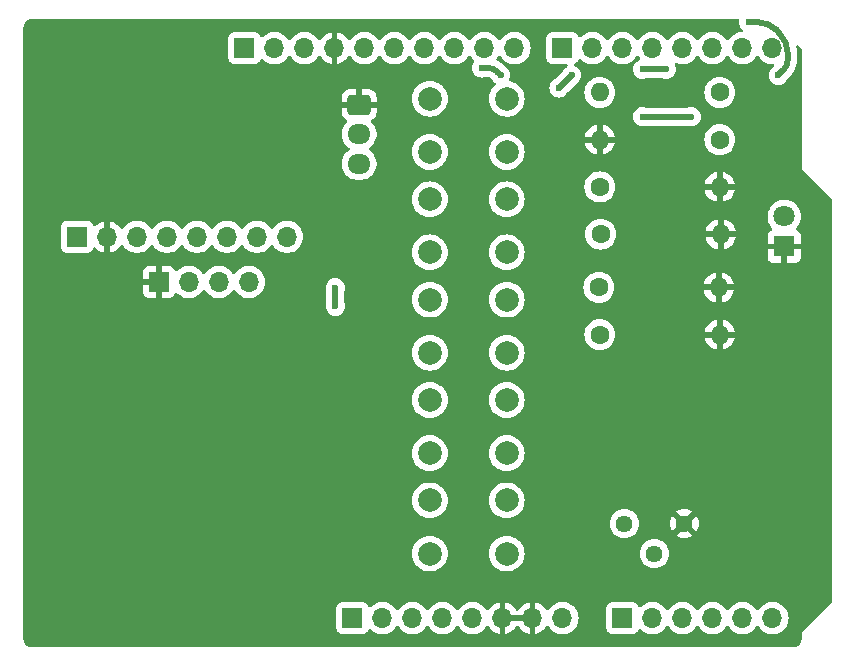
<source format=gbr>
%TF.GenerationSoftware,KiCad,Pcbnew,8.0.8*%
%TF.CreationDate,2025-02-03T17:03:24-07:00*%
%TF.ProjectId,Uno_Shield_ThermoPro,556e6f5f-5368-4696-956c-645f54686572,rev?*%
%TF.SameCoordinates,Original*%
%TF.FileFunction,Copper,L2,Bot*%
%TF.FilePolarity,Positive*%
%FSLAX46Y46*%
G04 Gerber Fmt 4.6, Leading zero omitted, Abs format (unit mm)*
G04 Created by KiCad (PCBNEW 8.0.8) date 2025-02-03 17:03:24*
%MOMM*%
%LPD*%
G01*
G04 APERTURE LIST*
G04 Aperture macros list*
%AMRoundRect*
0 Rectangle with rounded corners*
0 $1 Rounding radius*
0 $2 $3 $4 $5 $6 $7 $8 $9 X,Y pos of 4 corners*
0 Add a 4 corners polygon primitive as box body*
4,1,4,$2,$3,$4,$5,$6,$7,$8,$9,$2,$3,0*
0 Add four circle primitives for the rounded corners*
1,1,$1+$1,$2,$3*
1,1,$1+$1,$4,$5*
1,1,$1+$1,$6,$7*
1,1,$1+$1,$8,$9*
0 Add four rect primitives between the rounded corners*
20,1,$1+$1,$2,$3,$4,$5,0*
20,1,$1+$1,$4,$5,$6,$7,0*
20,1,$1+$1,$6,$7,$8,$9,0*
20,1,$1+$1,$8,$9,$2,$3,0*%
G04 Aperture macros list end*
%TA.AperFunction,ComponentPad*%
%ADD10R,1.700000X1.700000*%
%TD*%
%TA.AperFunction,ComponentPad*%
%ADD11O,1.700000X1.700000*%
%TD*%
%TA.AperFunction,ComponentPad*%
%ADD12C,2.000000*%
%TD*%
%TA.AperFunction,ComponentPad*%
%ADD13R,1.800000X1.800000*%
%TD*%
%TA.AperFunction,ComponentPad*%
%ADD14C,1.800000*%
%TD*%
%TA.AperFunction,ComponentPad*%
%ADD15C,1.600000*%
%TD*%
%TA.AperFunction,ComponentPad*%
%ADD16O,1.600000X1.600000*%
%TD*%
%TA.AperFunction,ComponentPad*%
%ADD17RoundRect,0.250000X-0.725000X0.600000X-0.725000X-0.600000X0.725000X-0.600000X0.725000X0.600000X0*%
%TD*%
%TA.AperFunction,ComponentPad*%
%ADD18O,1.950000X1.700000*%
%TD*%
%TA.AperFunction,ComponentPad*%
%ADD19C,1.440000*%
%TD*%
%TA.AperFunction,ViaPad*%
%ADD20C,0.600000*%
%TD*%
%TA.AperFunction,Conductor*%
%ADD21C,0.508000*%
%TD*%
G04 APERTURE END LIST*
D10*
%TO.P,J1,1,Pin_1*%
%TO.N,unconnected-(J1-Pin_1-Pad1)*%
X127940000Y-97460000D03*
D11*
%TO.P,J1,2,Pin_2*%
%TO.N,/IOREF*%
X130480000Y-97460000D03*
%TO.P,J1,3,Pin_3*%
%TO.N,/~{RESET}*%
X133020000Y-97460000D03*
%TO.P,J1,4,Pin_4*%
%TO.N,+3V3*%
X135560000Y-97460000D03*
%TO.P,J1,5,Pin_5*%
%TO.N,+5V*%
X138100000Y-97460000D03*
%TO.P,J1,6,Pin_6*%
%TO.N,GND*%
X140640000Y-97460000D03*
%TO.P,J1,7,Pin_7*%
X143180000Y-97460000D03*
%TO.P,J1,8,Pin_8*%
%TO.N,VCC*%
X145720000Y-97460000D03*
%TD*%
D10*
%TO.P,J3,1,Pin_1*%
%TO.N,/temp_sensor*%
X150800000Y-97460000D03*
D11*
%TO.P,J3,2,Pin_2*%
%TO.N,/A1*%
X153340000Y-97460000D03*
%TO.P,J3,3,Pin_3*%
%TO.N,/A2*%
X155880000Y-97460000D03*
%TO.P,J3,4,Pin_4*%
%TO.N,/A3*%
X158420000Y-97460000D03*
%TO.P,J3,5,Pin_5*%
%TO.N,/SDA{slash}A4*%
X160960000Y-97460000D03*
%TO.P,J3,6,Pin_6*%
%TO.N,/SCL{slash}A5*%
X163500000Y-97460000D03*
%TD*%
D10*
%TO.P,J2,1,Pin_1*%
%TO.N,/I2C_SCL*%
X118796000Y-49200000D03*
D11*
%TO.P,J2,2,Pin_2*%
%TO.N,/I2C_SDA*%
X121336000Y-49200000D03*
%TO.P,J2,3,Pin_3*%
%TO.N,/AREF*%
X123876000Y-49200000D03*
%TO.P,J2,4,Pin_4*%
%TO.N,GND*%
X126416000Y-49200000D03*
%TO.P,J2,5,Pin_5*%
%TO.N,/13*%
X128956000Y-49200000D03*
%TO.P,J2,6,Pin_6*%
%TO.N,/12*%
X131496000Y-49200000D03*
%TO.P,J2,7,Pin_7*%
%TO.N,/\u002A11*%
X134036000Y-49200000D03*
%TO.P,J2,8,Pin_8*%
%TO.N,/\u002A10*%
X136576000Y-49200000D03*
%TO.P,J2,9,Pin_9*%
%TO.N,/led_light*%
X139116000Y-49200000D03*
%TO.P,J2,10,Pin_10*%
%TO.N,/8*%
X141656000Y-49200000D03*
%TD*%
D10*
%TO.P,J4,1,Pin_1*%
%TO.N,/7*%
X145720000Y-49200000D03*
D11*
%TO.P,J4,2,Pin_2*%
%TO.N,/button_light*%
X148260000Y-49200000D03*
%TO.P,J4,3,Pin_3*%
%TO.N,/button_cal*%
X150800000Y-49200000D03*
%TO.P,J4,4,Pin_4*%
%TO.N,/button_units*%
X153340000Y-49200000D03*
%TO.P,J4,5,Pin_5*%
%TO.N,/button_lock*%
X155880000Y-49200000D03*
%TO.P,J4,6,Pin_6*%
%TO.N,/button_onoff*%
X158420000Y-49200000D03*
%TO.P,J4,7,Pin_7*%
%TO.N,/TX{slash}1*%
X160960000Y-49200000D03*
%TO.P,J4,8,Pin_8*%
%TO.N,/RX{slash}0*%
X163500000Y-49200000D03*
%TD*%
D12*
%TO.P,SW4,1,A*%
%TO.N,/button_lock*%
X134500000Y-79000000D03*
X141000000Y-79000000D03*
%TO.P,SW4,2,B*%
%TO.N,+5V*%
X134500000Y-83500000D03*
X141000000Y-83500000D03*
%TD*%
D13*
%TO.P,D1,1,K*%
%TO.N,GND*%
X164500000Y-66000000D03*
D14*
%TO.P,D1,2,A*%
%TO.N,Net-(D1-A)*%
X164500000Y-63460000D03*
%TD*%
D12*
%TO.P,SW5,1,A*%
%TO.N,/button_light*%
X134500000Y-87500000D03*
X141000000Y-87500000D03*
%TO.P,SW5,2,B*%
%TO.N,+5V*%
X134500000Y-92000000D03*
X141000000Y-92000000D03*
%TD*%
%TO.P,SW2,1,A*%
%TO.N,/button_units*%
X134500000Y-62000000D03*
X141000000Y-62000000D03*
%TO.P,SW2,2,B*%
%TO.N,+5V*%
X134500000Y-66500000D03*
X141000000Y-66500000D03*
%TD*%
D15*
%TO.P,R4,1*%
%TO.N,/button_cal*%
X148960000Y-64960000D03*
D16*
%TO.P,R4,2*%
%TO.N,GND*%
X159120000Y-64960000D03*
%TD*%
D15*
%TO.P,R1,1*%
%TO.N,/led_light*%
X159040000Y-52960000D03*
D16*
%TO.P,R1,2*%
%TO.N,Net-(D1-A)*%
X148880000Y-52960000D03*
%TD*%
D12*
%TO.P,SW3,1,A*%
%TO.N,/button_cal*%
X134500000Y-70500000D03*
X141000000Y-70500000D03*
%TO.P,SW3,2,B*%
%TO.N,+5V*%
X134500000Y-75000000D03*
X141000000Y-75000000D03*
%TD*%
D10*
%TO.P,J6,1,Pin_1*%
%TO.N,GND*%
X111550000Y-69010000D03*
D11*
%TO.P,J6,2,Pin_2*%
%TO.N,+5V*%
X114090000Y-69010000D03*
%TO.P,J6,3,Pin_3*%
%TO.N,/I2C_SCL*%
X116630000Y-69010000D03*
%TO.P,J6,4,Pin_4*%
%TO.N,/I2C_SDA*%
X119170000Y-69010000D03*
%TD*%
D12*
%TO.P,SW1,1,A*%
%TO.N,/button_onoff*%
X134500000Y-53500000D03*
X141000000Y-53500000D03*
%TO.P,SW1,2,B*%
%TO.N,+5V*%
X134500000Y-58000000D03*
X141000000Y-58000000D03*
%TD*%
D17*
%TO.P,J7,1,Pin_1*%
%TO.N,GND*%
X128500000Y-54000000D03*
D18*
%TO.P,J7,2,Pin_2*%
%TO.N,/8*%
X128500000Y-56500000D03*
%TO.P,J7,3,Pin_3*%
%TO.N,+5V*%
X128500000Y-59000000D03*
%TD*%
D15*
%TO.P,R5,1*%
%TO.N,/button_lock*%
X148800000Y-69460000D03*
D16*
%TO.P,R5,2*%
%TO.N,GND*%
X158960000Y-69460000D03*
%TD*%
D15*
%TO.P,R2,1*%
%TO.N,/button_onoff*%
X159040000Y-56960000D03*
D16*
%TO.P,R2,2*%
%TO.N,GND*%
X148880000Y-56960000D03*
%TD*%
D19*
%TO.P,RV1,1,1*%
%TO.N,+5V*%
X150960000Y-89460000D03*
%TO.P,RV1,2,2*%
%TO.N,/temp_sensor*%
X153500000Y-92000000D03*
%TO.P,RV1,3,3*%
%TO.N,GND*%
X156040000Y-89460000D03*
%TD*%
D10*
%TO.P,J5,1,Pin_1*%
%TO.N,+5V*%
X104630000Y-65180000D03*
D11*
%TO.P,J5,2,Pin_2*%
%TO.N,GND*%
X107170000Y-65180000D03*
%TO.P,J5,3,Pin_3*%
%TO.N,/I2C_SCL*%
X109710000Y-65180000D03*
%TO.P,J5,4,Pin_4*%
%TO.N,/I2C_SDA*%
X112250000Y-65180000D03*
%TO.P,J5,5,Pin_5*%
%TO.N,unconnected-(J5-Pin_5-Pad5)*%
X114790000Y-65180000D03*
%TO.P,J5,6,Pin_6*%
%TO.N,unconnected-(J5-Pin_6-Pad6)*%
X117330000Y-65180000D03*
%TO.P,J5,7,Pin_7*%
%TO.N,unconnected-(J5-Pin_7-Pad7)*%
X119870000Y-65180000D03*
%TO.P,J5,8,Pin_8*%
%TO.N,unconnected-(J5-Pin_8-Pad8)*%
X122410000Y-65180000D03*
%TD*%
D15*
%TO.P,R6,1*%
%TO.N,/button_light*%
X148880000Y-73460000D03*
D16*
%TO.P,R6,2*%
%TO.N,GND*%
X159040000Y-73460000D03*
%TD*%
D15*
%TO.P,R3,1*%
%TO.N,/button_units*%
X148880000Y-60960000D03*
D16*
%TO.P,R3,2*%
%TO.N,GND*%
X159040000Y-60960000D03*
%TD*%
D20*
%TO.N,/button_onoff*%
X152500000Y-55000000D03*
X156634000Y-55000000D03*
%TO.N,/button_light*%
X138894841Y-50894841D03*
X146500000Y-51500000D03*
X140500000Y-51500000D03*
X126500000Y-71068000D03*
X145422841Y-52577159D03*
X126500000Y-69500000D03*
%TO.N,/button_cal*%
X152500000Y-51000000D03*
X154500000Y-51000000D03*
%TO.N,/led_light*%
X164000000Y-51500000D03*
X161500000Y-47035000D03*
%TD*%
D21*
%TO.N,/led_light*%
X164084117Y-47939982D02*
G75*
G02*
X164803986Y-49677932I-1737917J-1737918D01*
G01*
X164804000Y-50127486D02*
G75*
G02*
X164402004Y-51098004I-1372500J-14D01*
G01*
X163772798Y-47628663D02*
G75*
G03*
X162339567Y-47035024I-1433198J-1433237D01*
G01*
%TO.N,/button_light*%
X140197420Y-51197420D02*
G75*
G03*
X139466928Y-50894817I-730520J-730480D01*
G01*
%TO.N,/button_onoff*%
X156634000Y-55000000D02*
X152500000Y-55000000D01*
%TO.N,/button_light*%
X145422841Y-52577159D02*
X146500000Y-51500000D01*
X126500000Y-71068000D02*
X126500000Y-69500000D01*
X139466928Y-50894841D02*
X138894841Y-50894841D01*
X140197420Y-51197420D02*
X140500000Y-51500000D01*
%TO.N,/button_cal*%
X152500000Y-51000000D02*
X154500000Y-51000000D01*
%TO.N,/led_light*%
X164804000Y-49677932D02*
X164804000Y-50127486D01*
X162339567Y-47035000D02*
X161500000Y-47035000D01*
X164084117Y-47939982D02*
X163772798Y-47628663D01*
X164000000Y-51500000D02*
X164402000Y-51098000D01*
%TD*%
%TA.AperFunction,Conductor*%
%TO.N,GND*%
G36*
X142714075Y-97267007D02*
G01*
X142680000Y-97394174D01*
X142680000Y-97525826D01*
X142714075Y-97652993D01*
X142746988Y-97710000D01*
X141073012Y-97710000D01*
X141105925Y-97652993D01*
X141140000Y-97525826D01*
X141140000Y-97394174D01*
X141105925Y-97267007D01*
X141073012Y-97210000D01*
X142746988Y-97210000D01*
X142714075Y-97267007D01*
G37*
%TD.AperFunction*%
%TA.AperFunction,Conductor*%
G36*
X160648412Y-46755185D02*
G01*
X160694167Y-46807989D01*
X160704593Y-46873383D01*
X160686384Y-47034996D01*
X160686384Y-47035003D01*
X160706781Y-47216041D01*
X160706782Y-47216046D01*
X160731985Y-47288070D01*
X160749985Y-47339513D01*
X160766958Y-47388017D01*
X160863889Y-47542281D01*
X160951427Y-47629819D01*
X160984912Y-47691142D01*
X160979928Y-47760834D01*
X160938056Y-47816767D01*
X160872592Y-47841184D01*
X160863746Y-47841500D01*
X160847431Y-47841500D01*
X160625362Y-47878556D01*
X160412430Y-47951656D01*
X160412419Y-47951661D01*
X160214427Y-48058808D01*
X160214422Y-48058812D01*
X160036761Y-48197092D01*
X160036756Y-48197097D01*
X159884284Y-48362723D01*
X159884276Y-48362734D01*
X159793808Y-48501206D01*
X159740662Y-48546562D01*
X159671431Y-48555986D01*
X159608095Y-48526484D01*
X159586192Y-48501206D01*
X159495723Y-48362734D01*
X159495715Y-48362723D01*
X159343243Y-48197097D01*
X159343238Y-48197092D01*
X159165577Y-48058812D01*
X159165572Y-48058808D01*
X158967580Y-47951661D01*
X158967577Y-47951659D01*
X158967574Y-47951658D01*
X158967571Y-47951657D01*
X158967569Y-47951656D01*
X158754637Y-47878556D01*
X158532569Y-47841500D01*
X158307431Y-47841500D01*
X158085362Y-47878556D01*
X157872430Y-47951656D01*
X157872419Y-47951661D01*
X157674427Y-48058808D01*
X157674422Y-48058812D01*
X157496761Y-48197092D01*
X157496756Y-48197097D01*
X157344284Y-48362723D01*
X157344276Y-48362734D01*
X157253808Y-48501206D01*
X157200662Y-48546562D01*
X157131431Y-48555986D01*
X157068095Y-48526484D01*
X157046192Y-48501206D01*
X156955723Y-48362734D01*
X156955715Y-48362723D01*
X156803243Y-48197097D01*
X156803238Y-48197092D01*
X156625577Y-48058812D01*
X156625572Y-48058808D01*
X156427580Y-47951661D01*
X156427577Y-47951659D01*
X156427574Y-47951658D01*
X156427571Y-47951657D01*
X156427569Y-47951656D01*
X156214637Y-47878556D01*
X155992569Y-47841500D01*
X155767431Y-47841500D01*
X155545362Y-47878556D01*
X155332430Y-47951656D01*
X155332419Y-47951661D01*
X155134427Y-48058808D01*
X155134422Y-48058812D01*
X154956761Y-48197092D01*
X154956756Y-48197097D01*
X154804284Y-48362723D01*
X154804276Y-48362734D01*
X154713808Y-48501206D01*
X154660662Y-48546562D01*
X154591431Y-48555986D01*
X154528095Y-48526484D01*
X154506192Y-48501206D01*
X154415723Y-48362734D01*
X154415715Y-48362723D01*
X154263243Y-48197097D01*
X154263238Y-48197092D01*
X154085577Y-48058812D01*
X154085572Y-48058808D01*
X153887580Y-47951661D01*
X153887577Y-47951659D01*
X153887574Y-47951658D01*
X153887571Y-47951657D01*
X153887569Y-47951656D01*
X153674637Y-47878556D01*
X153452569Y-47841500D01*
X153227431Y-47841500D01*
X153005362Y-47878556D01*
X152792430Y-47951656D01*
X152792419Y-47951661D01*
X152594427Y-48058808D01*
X152594422Y-48058812D01*
X152416761Y-48197092D01*
X152416756Y-48197097D01*
X152264284Y-48362723D01*
X152264276Y-48362734D01*
X152173808Y-48501206D01*
X152120662Y-48546562D01*
X152051431Y-48555986D01*
X151988095Y-48526484D01*
X151966192Y-48501206D01*
X151875723Y-48362734D01*
X151875715Y-48362723D01*
X151723243Y-48197097D01*
X151723238Y-48197092D01*
X151545577Y-48058812D01*
X151545572Y-48058808D01*
X151347580Y-47951661D01*
X151347577Y-47951659D01*
X151347574Y-47951658D01*
X151347571Y-47951657D01*
X151347569Y-47951656D01*
X151134637Y-47878556D01*
X150912569Y-47841500D01*
X150687431Y-47841500D01*
X150465362Y-47878556D01*
X150252430Y-47951656D01*
X150252419Y-47951661D01*
X150054427Y-48058808D01*
X150054422Y-48058812D01*
X149876761Y-48197092D01*
X149876756Y-48197097D01*
X149724284Y-48362723D01*
X149724276Y-48362734D01*
X149633808Y-48501206D01*
X149580662Y-48546562D01*
X149511431Y-48555986D01*
X149448095Y-48526484D01*
X149426192Y-48501206D01*
X149335723Y-48362734D01*
X149335715Y-48362723D01*
X149183243Y-48197097D01*
X149183238Y-48197092D01*
X149005577Y-48058812D01*
X149005572Y-48058808D01*
X148807580Y-47951661D01*
X148807577Y-47951659D01*
X148807574Y-47951658D01*
X148807571Y-47951657D01*
X148807569Y-47951656D01*
X148594637Y-47878556D01*
X148372569Y-47841500D01*
X148147431Y-47841500D01*
X147925362Y-47878556D01*
X147712430Y-47951656D01*
X147712419Y-47951661D01*
X147514427Y-48058808D01*
X147514422Y-48058812D01*
X147336761Y-48197092D01*
X147273548Y-48265760D01*
X147213661Y-48301750D01*
X147143823Y-48299649D01*
X147086207Y-48260124D01*
X147066138Y-48225110D01*
X147020889Y-48103796D01*
X146987214Y-48058812D01*
X146933261Y-47986739D01*
X146816204Y-47899111D01*
X146779586Y-47885453D01*
X146679203Y-47848011D01*
X146618654Y-47841500D01*
X146618638Y-47841500D01*
X144821362Y-47841500D01*
X144821345Y-47841500D01*
X144760797Y-47848011D01*
X144760795Y-47848011D01*
X144623795Y-47899111D01*
X144506739Y-47986739D01*
X144419111Y-48103795D01*
X144368011Y-48240795D01*
X144368011Y-48240797D01*
X144361500Y-48301345D01*
X144361500Y-50098654D01*
X144368011Y-50159202D01*
X144368011Y-50159204D01*
X144408202Y-50266956D01*
X144419111Y-50296204D01*
X144506739Y-50413261D01*
X144623796Y-50500889D01*
X144760799Y-50551989D01*
X144788050Y-50554918D01*
X144821345Y-50558499D01*
X144821362Y-50558500D01*
X146048328Y-50558500D01*
X146115367Y-50578185D01*
X146161122Y-50630989D01*
X146171066Y-50700147D01*
X146142041Y-50763703D01*
X146114301Y-50787493D01*
X145992720Y-50863887D01*
X145863889Y-50992718D01*
X145763253Y-51152880D01*
X145762279Y-51152268D01*
X145744888Y-51176772D01*
X145099613Y-51822047D01*
X145075109Y-51839438D01*
X145075721Y-51840412D01*
X144915559Y-51941048D01*
X144786730Y-52069877D01*
X144689799Y-52224141D01*
X144629623Y-52396112D01*
X144629622Y-52396117D01*
X144609225Y-52577155D01*
X144609225Y-52577162D01*
X144629622Y-52758200D01*
X144629623Y-52758205D01*
X144646937Y-52807684D01*
X144687949Y-52924891D01*
X144689799Y-52930176D01*
X144754035Y-53032406D01*
X144786730Y-53084440D01*
X144915560Y-53213270D01*
X145069826Y-53310202D01*
X145183643Y-53350028D01*
X145241794Y-53370376D01*
X145241799Y-53370377D01*
X145422837Y-53390775D01*
X145422841Y-53390775D01*
X145422845Y-53390775D01*
X145603882Y-53370377D01*
X145603885Y-53370376D01*
X145603888Y-53370376D01*
X145775856Y-53310202D01*
X145930122Y-53213270D01*
X146058952Y-53084440D01*
X146137144Y-52959998D01*
X147566502Y-52959998D01*
X147566502Y-52960001D01*
X147586456Y-53188081D01*
X147586457Y-53188089D01*
X147645714Y-53409238D01*
X147645718Y-53409249D01*
X147688036Y-53500000D01*
X147742477Y-53616749D01*
X147873802Y-53804300D01*
X148035700Y-53966198D01*
X148223251Y-54097523D01*
X148348091Y-54155736D01*
X148430750Y-54194281D01*
X148430752Y-54194281D01*
X148430757Y-54194284D01*
X148651913Y-54253543D01*
X148814832Y-54267796D01*
X148879998Y-54273498D01*
X148880000Y-54273498D01*
X148880002Y-54273498D01*
X148937021Y-54268509D01*
X149108087Y-54253543D01*
X149329243Y-54194284D01*
X149536749Y-54097523D01*
X149724300Y-53966198D01*
X149886198Y-53804300D01*
X150017523Y-53616749D01*
X150114284Y-53409243D01*
X150173543Y-53188087D01*
X150193498Y-52960000D01*
X150193498Y-52959998D01*
X157726502Y-52959998D01*
X157726502Y-52960001D01*
X157746456Y-53188081D01*
X157746457Y-53188089D01*
X157805714Y-53409238D01*
X157805718Y-53409249D01*
X157848036Y-53500000D01*
X157902477Y-53616749D01*
X158033802Y-53804300D01*
X158195700Y-53966198D01*
X158383251Y-54097523D01*
X158508091Y-54155736D01*
X158590750Y-54194281D01*
X158590752Y-54194281D01*
X158590757Y-54194284D01*
X158811913Y-54253543D01*
X158974832Y-54267796D01*
X159039998Y-54273498D01*
X159040000Y-54273498D01*
X159040002Y-54273498D01*
X159097021Y-54268509D01*
X159268087Y-54253543D01*
X159489243Y-54194284D01*
X159696749Y-54097523D01*
X159884300Y-53966198D01*
X160046198Y-53804300D01*
X160177523Y-53616749D01*
X160274284Y-53409243D01*
X160333543Y-53188087D01*
X160353498Y-52960000D01*
X160333543Y-52731913D01*
X160274284Y-52510757D01*
X160177523Y-52303251D01*
X160046198Y-52115700D01*
X159884300Y-51953802D01*
X159696749Y-51822477D01*
X159695827Y-51822047D01*
X159489249Y-51725718D01*
X159489238Y-51725714D01*
X159268089Y-51666457D01*
X159268081Y-51666456D01*
X159040002Y-51646502D01*
X159039998Y-51646502D01*
X158811918Y-51666456D01*
X158811910Y-51666457D01*
X158590761Y-51725714D01*
X158590750Y-51725718D01*
X158383254Y-51822475D01*
X158383252Y-51822476D01*
X158357637Y-51840412D01*
X158195700Y-51953802D01*
X158195698Y-51953803D01*
X158195695Y-51953806D01*
X158033806Y-52115695D01*
X158033803Y-52115698D01*
X158033802Y-52115700D01*
X157951767Y-52232856D01*
X157902476Y-52303252D01*
X157902475Y-52303254D01*
X157805718Y-52510750D01*
X157805714Y-52510761D01*
X157746457Y-52731910D01*
X157746456Y-52731918D01*
X157726502Y-52959998D01*
X150193498Y-52959998D01*
X150173543Y-52731913D01*
X150114284Y-52510757D01*
X150017523Y-52303251D01*
X149886198Y-52115700D01*
X149724300Y-51953802D01*
X149536749Y-51822477D01*
X149535827Y-51822047D01*
X149329249Y-51725718D01*
X149329238Y-51725714D01*
X149108089Y-51666457D01*
X149108081Y-51666456D01*
X148880002Y-51646502D01*
X148879998Y-51646502D01*
X148651918Y-51666456D01*
X148651910Y-51666457D01*
X148430761Y-51725714D01*
X148430750Y-51725718D01*
X148223254Y-51822475D01*
X148223252Y-51822476D01*
X148197637Y-51840412D01*
X148035700Y-51953802D01*
X148035698Y-51953803D01*
X148035695Y-51953806D01*
X147873806Y-52115695D01*
X147873803Y-52115698D01*
X147873802Y-52115700D01*
X147791767Y-52232856D01*
X147742476Y-52303252D01*
X147742475Y-52303254D01*
X147645718Y-52510750D01*
X147645714Y-52510761D01*
X147586457Y-52731910D01*
X147586456Y-52731918D01*
X147566502Y-52959998D01*
X146137144Y-52959998D01*
X146155884Y-52930174D01*
X146155884Y-52930172D01*
X146159589Y-52924277D01*
X146160567Y-52924891D01*
X146177951Y-52900385D01*
X146823226Y-52255110D01*
X146847732Y-52237726D01*
X146847118Y-52236748D01*
X146853013Y-52233043D01*
X146853015Y-52233043D01*
X147007281Y-52136111D01*
X147136111Y-52007281D01*
X147233043Y-51853015D01*
X147293217Y-51681047D01*
X147293218Y-51681041D01*
X147313616Y-51500003D01*
X147313616Y-51499996D01*
X147293218Y-51318958D01*
X147293217Y-51318953D01*
X147233043Y-51146985D01*
X147136111Y-50992719D01*
X147007281Y-50863889D01*
X147007278Y-50863887D01*
X146853015Y-50766956D01*
X146853011Y-50766955D01*
X146789814Y-50744841D01*
X146733038Y-50704119D01*
X146707291Y-50639167D01*
X146720748Y-50570605D01*
X146769135Y-50520202D01*
X146787425Y-50511622D01*
X146816204Y-50500889D01*
X146933261Y-50413261D01*
X147020889Y-50296204D01*
X147066138Y-50174887D01*
X147108009Y-50118956D01*
X147173474Y-50094539D01*
X147241746Y-50109391D01*
X147273545Y-50134236D01*
X147336760Y-50202906D01*
X147514424Y-50341189D01*
X147514425Y-50341189D01*
X147514427Y-50341191D01*
X147556370Y-50363889D01*
X147712426Y-50448342D01*
X147925365Y-50521444D01*
X148147431Y-50558500D01*
X148372569Y-50558500D01*
X148594635Y-50521444D01*
X148807574Y-50448342D01*
X149005576Y-50341189D01*
X149183240Y-50202906D01*
X149304594Y-50071082D01*
X149335715Y-50037276D01*
X149335715Y-50037275D01*
X149335722Y-50037268D01*
X149426193Y-49898790D01*
X149479338Y-49853437D01*
X149548569Y-49844013D01*
X149611905Y-49873515D01*
X149633804Y-49898787D01*
X149724278Y-50037268D01*
X149724283Y-50037273D01*
X149724284Y-50037276D01*
X149849498Y-50173292D01*
X149876760Y-50202906D01*
X150054424Y-50341189D01*
X150054425Y-50341189D01*
X150054427Y-50341191D01*
X150096370Y-50363889D01*
X150252426Y-50448342D01*
X150465365Y-50521444D01*
X150687431Y-50558500D01*
X150912569Y-50558500D01*
X151134635Y-50521444D01*
X151347574Y-50448342D01*
X151545576Y-50341189D01*
X151723240Y-50202906D01*
X151844594Y-50071082D01*
X151875715Y-50037276D01*
X151875715Y-50037275D01*
X151875722Y-50037268D01*
X151966193Y-49898790D01*
X152019338Y-49853437D01*
X152088569Y-49844013D01*
X152151905Y-49873515D01*
X152173804Y-49898787D01*
X152264278Y-50037268D01*
X152264283Y-50037273D01*
X152264284Y-50037276D01*
X152267908Y-50041212D01*
X152298830Y-50103866D01*
X152290969Y-50173292D01*
X152246822Y-50227448D01*
X152217633Y-50242235D01*
X152146988Y-50266955D01*
X152146984Y-50266956D01*
X151992718Y-50363889D01*
X151863889Y-50492718D01*
X151766958Y-50646982D01*
X151706782Y-50818953D01*
X151706781Y-50818958D01*
X151686384Y-50999996D01*
X151686384Y-51000003D01*
X151706781Y-51181041D01*
X151706782Y-51181046D01*
X151766958Y-51353017D01*
X151797813Y-51402122D01*
X151863889Y-51507281D01*
X151992719Y-51636111D01*
X152146985Y-51733043D01*
X152318950Y-51793216D01*
X152318953Y-51793217D01*
X152318958Y-51793218D01*
X152499996Y-51813616D01*
X152500000Y-51813616D01*
X152500004Y-51813616D01*
X152681038Y-51793218D01*
X152681037Y-51793218D01*
X152681047Y-51793217D01*
X152722804Y-51778605D01*
X152748948Y-51769458D01*
X152789901Y-51762500D01*
X154210099Y-51762500D01*
X154251052Y-51769458D01*
X154284363Y-51781113D01*
X154318953Y-51793217D01*
X154318960Y-51793217D01*
X154318961Y-51793218D01*
X154499996Y-51813616D01*
X154500000Y-51813616D01*
X154500004Y-51813616D01*
X154681041Y-51793218D01*
X154681044Y-51793217D01*
X154681047Y-51793217D01*
X154853015Y-51733043D01*
X155007281Y-51636111D01*
X155136111Y-51507281D01*
X155233043Y-51353015D01*
X155293217Y-51181047D01*
X155297055Y-51146985D01*
X155313616Y-51000003D01*
X155313616Y-50999996D01*
X155293218Y-50818958D01*
X155293217Y-50818953D01*
X155275023Y-50766957D01*
X155233043Y-50646985D01*
X155233042Y-50646984D01*
X155233041Y-50646980D01*
X155230021Y-50640709D01*
X155231260Y-50640112D01*
X155214330Y-50580213D01*
X155234694Y-50513376D01*
X155287959Y-50468159D01*
X155357215Y-50458917D01*
X155378586Y-50464188D01*
X155545365Y-50521444D01*
X155767431Y-50558500D01*
X155992569Y-50558500D01*
X156214635Y-50521444D01*
X156427574Y-50448342D01*
X156625576Y-50341189D01*
X156803240Y-50202906D01*
X156924594Y-50071082D01*
X156955715Y-50037276D01*
X156955715Y-50037275D01*
X156955722Y-50037268D01*
X157046193Y-49898790D01*
X157099338Y-49853437D01*
X157168569Y-49844013D01*
X157231905Y-49873515D01*
X157253804Y-49898787D01*
X157344278Y-50037268D01*
X157344283Y-50037273D01*
X157344284Y-50037276D01*
X157469498Y-50173292D01*
X157496760Y-50202906D01*
X157674424Y-50341189D01*
X157674425Y-50341189D01*
X157674427Y-50341191D01*
X157716370Y-50363889D01*
X157872426Y-50448342D01*
X158085365Y-50521444D01*
X158307431Y-50558500D01*
X158532569Y-50558500D01*
X158754635Y-50521444D01*
X158967574Y-50448342D01*
X159165576Y-50341189D01*
X159343240Y-50202906D01*
X159464594Y-50071082D01*
X159495715Y-50037276D01*
X159495715Y-50037275D01*
X159495722Y-50037268D01*
X159586193Y-49898790D01*
X159639338Y-49853437D01*
X159708569Y-49844013D01*
X159771905Y-49873515D01*
X159793804Y-49898787D01*
X159884278Y-50037268D01*
X159884283Y-50037273D01*
X159884284Y-50037276D01*
X160009498Y-50173292D01*
X160036760Y-50202906D01*
X160214424Y-50341189D01*
X160214425Y-50341189D01*
X160214427Y-50341191D01*
X160256370Y-50363889D01*
X160412426Y-50448342D01*
X160625365Y-50521444D01*
X160847431Y-50558500D01*
X161072569Y-50558500D01*
X161294635Y-50521444D01*
X161507574Y-50448342D01*
X161705576Y-50341189D01*
X161883240Y-50202906D01*
X162004594Y-50071082D01*
X162035715Y-50037276D01*
X162035715Y-50037275D01*
X162035722Y-50037268D01*
X162126193Y-49898790D01*
X162179338Y-49853437D01*
X162248569Y-49844013D01*
X162311905Y-49873515D01*
X162333804Y-49898787D01*
X162424278Y-50037268D01*
X162424283Y-50037273D01*
X162424284Y-50037276D01*
X162549498Y-50173292D01*
X162576760Y-50202906D01*
X162754424Y-50341189D01*
X162754425Y-50341189D01*
X162754427Y-50341191D01*
X162796370Y-50363889D01*
X162952426Y-50448342D01*
X163165365Y-50521444D01*
X163387431Y-50558500D01*
X163548329Y-50558500D01*
X163615368Y-50578185D01*
X163661123Y-50630989D01*
X163671067Y-50700147D01*
X163642042Y-50763703D01*
X163614301Y-50787494D01*
X163492718Y-50863889D01*
X163363889Y-50992718D01*
X163266958Y-51146982D01*
X163206782Y-51318953D01*
X163206781Y-51318958D01*
X163186384Y-51499996D01*
X163186384Y-51500003D01*
X163206781Y-51681041D01*
X163206782Y-51681046D01*
X163237719Y-51769458D01*
X163265108Y-51847732D01*
X163266958Y-51853017D01*
X163322272Y-51941048D01*
X163363889Y-52007281D01*
X163492719Y-52136111D01*
X163646985Y-52233043D01*
X163818953Y-52293217D01*
X163818958Y-52293218D01*
X163999996Y-52313616D01*
X164000000Y-52313616D01*
X164000004Y-52313616D01*
X164181041Y-52293218D01*
X164181044Y-52293217D01*
X164181047Y-52293217D01*
X164353015Y-52233043D01*
X164507281Y-52136111D01*
X164636111Y-52007281D01*
X164733043Y-51853015D01*
X164733043Y-51853013D01*
X164736748Y-51847118D01*
X164737726Y-51847732D01*
X164755107Y-51823229D01*
X164904847Y-51673489D01*
X164904865Y-51673480D01*
X164941172Y-51637172D01*
X164941173Y-51637173D01*
X165025955Y-51552390D01*
X165175469Y-51364906D01*
X165303050Y-51161860D01*
X165307375Y-51152880D01*
X165407092Y-50945812D01*
X165407094Y-50945808D01*
X165424928Y-50894841D01*
X165486295Y-50719462D01*
X165539654Y-50485672D01*
X165566501Y-50247379D01*
X165566500Y-50127478D01*
X165566500Y-50093721D01*
X165566500Y-49602832D01*
X165566500Y-49596476D01*
X165566486Y-49596210D01*
X165566488Y-49519737D01*
X165535478Y-49204850D01*
X165515259Y-49103197D01*
X165521488Y-49033611D01*
X165564351Y-48978434D01*
X165630241Y-48955190D01*
X165698238Y-48971258D01*
X165724558Y-48991331D01*
X165928181Y-49194954D01*
X165961666Y-49256277D01*
X165964500Y-49282635D01*
X165964500Y-59344982D01*
X165964500Y-59375018D01*
X165975994Y-59402767D01*
X165975995Y-59402768D01*
X168463681Y-61890454D01*
X168497166Y-61951777D01*
X168500000Y-61978135D01*
X168500000Y-96111864D01*
X168480315Y-96178903D01*
X168463681Y-96199545D01*
X165997233Y-98665994D01*
X165975995Y-98687231D01*
X165964500Y-98714982D01*
X165964500Y-99231907D01*
X165963903Y-99244062D01*
X165952505Y-99359778D01*
X165947763Y-99383618D01*
X165917832Y-99482290D01*
X165915789Y-99489024D01*
X165906486Y-99511482D01*
X165854561Y-99608627D01*
X165841056Y-99628839D01*
X165771176Y-99713988D01*
X165753988Y-99731176D01*
X165668839Y-99801056D01*
X165648627Y-99814561D01*
X165551482Y-99866486D01*
X165529028Y-99875787D01*
X165487028Y-99888528D01*
X165423618Y-99907763D01*
X165399778Y-99912505D01*
X165291162Y-99923203D01*
X165284060Y-99923903D01*
X165271907Y-99924500D01*
X100768093Y-99924500D01*
X100755939Y-99923903D01*
X100747995Y-99923120D01*
X100640221Y-99912505D01*
X100616381Y-99907763D01*
X100599445Y-99902625D01*
X100510968Y-99875786D01*
X100488517Y-99866486D01*
X100391372Y-99814561D01*
X100371160Y-99801056D01*
X100286011Y-99731176D01*
X100268823Y-99713988D01*
X100198943Y-99628839D01*
X100185438Y-99608627D01*
X100133510Y-99511476D01*
X100124215Y-99489037D01*
X100092234Y-99383612D01*
X100087494Y-99359777D01*
X100076097Y-99244061D01*
X100075500Y-99231907D01*
X100075500Y-96561345D01*
X126581500Y-96561345D01*
X126581500Y-98358654D01*
X126588011Y-98419202D01*
X126588011Y-98419204D01*
X126639111Y-98556204D01*
X126726739Y-98673261D01*
X126843796Y-98760889D01*
X126980799Y-98811989D01*
X127008050Y-98814918D01*
X127041345Y-98818499D01*
X127041362Y-98818500D01*
X128838638Y-98818500D01*
X128838654Y-98818499D01*
X128865692Y-98815591D01*
X128899201Y-98811989D01*
X129036204Y-98760889D01*
X129153261Y-98673261D01*
X129240889Y-98556204D01*
X129286138Y-98434887D01*
X129328009Y-98378956D01*
X129393474Y-98354539D01*
X129461746Y-98369391D01*
X129493545Y-98394236D01*
X129556760Y-98462906D01*
X129734424Y-98601189D01*
X129734425Y-98601189D01*
X129734427Y-98601191D01*
X129861135Y-98669761D01*
X129932426Y-98708342D01*
X130145365Y-98781444D01*
X130367431Y-98818500D01*
X130592569Y-98818500D01*
X130814635Y-98781444D01*
X131027574Y-98708342D01*
X131225576Y-98601189D01*
X131403240Y-98462906D01*
X131524594Y-98331082D01*
X131555715Y-98297276D01*
X131555715Y-98297275D01*
X131555722Y-98297268D01*
X131646193Y-98158790D01*
X131699338Y-98113437D01*
X131768569Y-98104013D01*
X131831905Y-98133515D01*
X131853804Y-98158787D01*
X131944278Y-98297268D01*
X131944283Y-98297273D01*
X131944284Y-98297276D01*
X132070968Y-98434889D01*
X132096760Y-98462906D01*
X132274424Y-98601189D01*
X132274425Y-98601189D01*
X132274427Y-98601191D01*
X132401135Y-98669761D01*
X132472426Y-98708342D01*
X132685365Y-98781444D01*
X132907431Y-98818500D01*
X133132569Y-98818500D01*
X133354635Y-98781444D01*
X133567574Y-98708342D01*
X133765576Y-98601189D01*
X133943240Y-98462906D01*
X134064594Y-98331082D01*
X134095715Y-98297276D01*
X134095715Y-98297275D01*
X134095722Y-98297268D01*
X134186193Y-98158790D01*
X134239338Y-98113437D01*
X134308569Y-98104013D01*
X134371905Y-98133515D01*
X134393804Y-98158787D01*
X134484278Y-98297268D01*
X134484283Y-98297273D01*
X134484284Y-98297276D01*
X134610968Y-98434889D01*
X134636760Y-98462906D01*
X134814424Y-98601189D01*
X134814425Y-98601189D01*
X134814427Y-98601191D01*
X134941135Y-98669761D01*
X135012426Y-98708342D01*
X135225365Y-98781444D01*
X135447431Y-98818500D01*
X135672569Y-98818500D01*
X135894635Y-98781444D01*
X136107574Y-98708342D01*
X136305576Y-98601189D01*
X136483240Y-98462906D01*
X136604594Y-98331082D01*
X136635715Y-98297276D01*
X136635715Y-98297275D01*
X136635722Y-98297268D01*
X136726193Y-98158790D01*
X136779338Y-98113437D01*
X136848569Y-98104013D01*
X136911905Y-98133515D01*
X136933804Y-98158787D01*
X137024278Y-98297268D01*
X137024283Y-98297273D01*
X137024284Y-98297276D01*
X137150968Y-98434889D01*
X137176760Y-98462906D01*
X137354424Y-98601189D01*
X137354425Y-98601189D01*
X137354427Y-98601191D01*
X137481135Y-98669761D01*
X137552426Y-98708342D01*
X137765365Y-98781444D01*
X137987431Y-98818500D01*
X138212569Y-98818500D01*
X138434635Y-98781444D01*
X138647574Y-98708342D01*
X138845576Y-98601189D01*
X139023240Y-98462906D01*
X139144594Y-98331082D01*
X139175715Y-98297276D01*
X139175715Y-98297275D01*
X139175722Y-98297268D01*
X139269749Y-98153347D01*
X139322894Y-98107994D01*
X139392125Y-98098570D01*
X139455461Y-98128072D01*
X139475130Y-98150048D01*
X139601890Y-98331078D01*
X139768917Y-98498105D01*
X139962421Y-98633600D01*
X140176507Y-98733429D01*
X140176516Y-98733433D01*
X140390000Y-98790634D01*
X140390000Y-97893012D01*
X140447007Y-97925925D01*
X140574174Y-97960000D01*
X140705826Y-97960000D01*
X140832993Y-97925925D01*
X140890000Y-97893012D01*
X140890000Y-98790633D01*
X141103483Y-98733433D01*
X141103492Y-98733429D01*
X141317578Y-98633600D01*
X141511082Y-98498105D01*
X141678105Y-98331082D01*
X141808425Y-98144968D01*
X141863002Y-98101344D01*
X141932501Y-98094151D01*
X141994855Y-98125673D01*
X142011575Y-98144968D01*
X142141894Y-98331082D01*
X142308917Y-98498105D01*
X142502421Y-98633600D01*
X142716507Y-98733429D01*
X142716516Y-98733433D01*
X142930000Y-98790634D01*
X142930000Y-97893012D01*
X142987007Y-97925925D01*
X143114174Y-97960000D01*
X143245826Y-97960000D01*
X143372993Y-97925925D01*
X143430000Y-97893012D01*
X143430000Y-98790633D01*
X143643483Y-98733433D01*
X143643492Y-98733429D01*
X143857578Y-98633600D01*
X144051082Y-98498105D01*
X144218105Y-98331082D01*
X144344868Y-98150048D01*
X144399445Y-98106423D01*
X144468944Y-98099231D01*
X144531298Y-98130753D01*
X144550251Y-98153350D01*
X144644276Y-98297265D01*
X144644284Y-98297276D01*
X144770968Y-98434889D01*
X144796760Y-98462906D01*
X144974424Y-98601189D01*
X144974425Y-98601189D01*
X144974427Y-98601191D01*
X145101135Y-98669761D01*
X145172426Y-98708342D01*
X145385365Y-98781444D01*
X145607431Y-98818500D01*
X145832569Y-98818500D01*
X146054635Y-98781444D01*
X146267574Y-98708342D01*
X146465576Y-98601189D01*
X146643240Y-98462906D01*
X146764594Y-98331082D01*
X146795715Y-98297276D01*
X146795717Y-98297273D01*
X146795722Y-98297268D01*
X146918860Y-98108791D01*
X147009296Y-97902616D01*
X147064564Y-97684368D01*
X147067164Y-97652993D01*
X147083156Y-97460005D01*
X147083156Y-97459994D01*
X147064565Y-97235640D01*
X147064563Y-97235628D01*
X147009296Y-97017385D01*
X146999071Y-96994075D01*
X146918860Y-96811209D01*
X146902706Y-96786484D01*
X146795723Y-96622734D01*
X146795715Y-96622723D01*
X146739212Y-96561345D01*
X149441500Y-96561345D01*
X149441500Y-98358654D01*
X149448011Y-98419202D01*
X149448011Y-98419204D01*
X149499111Y-98556204D01*
X149586739Y-98673261D01*
X149703796Y-98760889D01*
X149840799Y-98811989D01*
X149868050Y-98814918D01*
X149901345Y-98818499D01*
X149901362Y-98818500D01*
X151698638Y-98818500D01*
X151698654Y-98818499D01*
X151725692Y-98815591D01*
X151759201Y-98811989D01*
X151896204Y-98760889D01*
X152013261Y-98673261D01*
X152100889Y-98556204D01*
X152146138Y-98434887D01*
X152188009Y-98378956D01*
X152253474Y-98354539D01*
X152321746Y-98369391D01*
X152353545Y-98394236D01*
X152416760Y-98462906D01*
X152594424Y-98601189D01*
X152594425Y-98601189D01*
X152594427Y-98601191D01*
X152721135Y-98669761D01*
X152792426Y-98708342D01*
X153005365Y-98781444D01*
X153227431Y-98818500D01*
X153452569Y-98818500D01*
X153674635Y-98781444D01*
X153887574Y-98708342D01*
X154085576Y-98601189D01*
X154263240Y-98462906D01*
X154384594Y-98331082D01*
X154415715Y-98297276D01*
X154415715Y-98297275D01*
X154415722Y-98297268D01*
X154506193Y-98158790D01*
X154559338Y-98113437D01*
X154628569Y-98104013D01*
X154691905Y-98133515D01*
X154713804Y-98158787D01*
X154804278Y-98297268D01*
X154804283Y-98297273D01*
X154804284Y-98297276D01*
X154930968Y-98434889D01*
X154956760Y-98462906D01*
X155134424Y-98601189D01*
X155134425Y-98601189D01*
X155134427Y-98601191D01*
X155261135Y-98669761D01*
X155332426Y-98708342D01*
X155545365Y-98781444D01*
X155767431Y-98818500D01*
X155992569Y-98818500D01*
X156214635Y-98781444D01*
X156427574Y-98708342D01*
X156625576Y-98601189D01*
X156803240Y-98462906D01*
X156924594Y-98331082D01*
X156955715Y-98297276D01*
X156955715Y-98297275D01*
X156955722Y-98297268D01*
X157046193Y-98158790D01*
X157099338Y-98113437D01*
X157168569Y-98104013D01*
X157231905Y-98133515D01*
X157253804Y-98158787D01*
X157344278Y-98297268D01*
X157344283Y-98297273D01*
X157344284Y-98297276D01*
X157470968Y-98434889D01*
X157496760Y-98462906D01*
X157674424Y-98601189D01*
X157674425Y-98601189D01*
X157674427Y-98601191D01*
X157801135Y-98669761D01*
X157872426Y-98708342D01*
X158085365Y-98781444D01*
X158307431Y-98818500D01*
X158532569Y-98818500D01*
X158754635Y-98781444D01*
X158967574Y-98708342D01*
X159165576Y-98601189D01*
X159343240Y-98462906D01*
X159464594Y-98331082D01*
X159495715Y-98297276D01*
X159495715Y-98297275D01*
X159495722Y-98297268D01*
X159586193Y-98158790D01*
X159639338Y-98113437D01*
X159708569Y-98104013D01*
X159771905Y-98133515D01*
X159793804Y-98158787D01*
X159884278Y-98297268D01*
X159884283Y-98297273D01*
X159884284Y-98297276D01*
X160010968Y-98434889D01*
X160036760Y-98462906D01*
X160214424Y-98601189D01*
X160214425Y-98601189D01*
X160214427Y-98601191D01*
X160341135Y-98669761D01*
X160412426Y-98708342D01*
X160625365Y-98781444D01*
X160847431Y-98818500D01*
X161072569Y-98818500D01*
X161294635Y-98781444D01*
X161507574Y-98708342D01*
X161705576Y-98601189D01*
X161883240Y-98462906D01*
X162004594Y-98331082D01*
X162035715Y-98297276D01*
X162035715Y-98297275D01*
X162035722Y-98297268D01*
X162126193Y-98158790D01*
X162179338Y-98113437D01*
X162248569Y-98104013D01*
X162311905Y-98133515D01*
X162333804Y-98158787D01*
X162424278Y-98297268D01*
X162424283Y-98297273D01*
X162424284Y-98297276D01*
X162550968Y-98434889D01*
X162576760Y-98462906D01*
X162754424Y-98601189D01*
X162754425Y-98601189D01*
X162754427Y-98601191D01*
X162881135Y-98669761D01*
X162952426Y-98708342D01*
X163165365Y-98781444D01*
X163387431Y-98818500D01*
X163612569Y-98818500D01*
X163834635Y-98781444D01*
X164047574Y-98708342D01*
X164245576Y-98601189D01*
X164423240Y-98462906D01*
X164544594Y-98331082D01*
X164575715Y-98297276D01*
X164575717Y-98297273D01*
X164575722Y-98297268D01*
X164698860Y-98108791D01*
X164789296Y-97902616D01*
X164844564Y-97684368D01*
X164847164Y-97652993D01*
X164863156Y-97460005D01*
X164863156Y-97459994D01*
X164844565Y-97235640D01*
X164844563Y-97235628D01*
X164789296Y-97017385D01*
X164779071Y-96994075D01*
X164698860Y-96811209D01*
X164682706Y-96786484D01*
X164575723Y-96622734D01*
X164575715Y-96622723D01*
X164423243Y-96457097D01*
X164423238Y-96457092D01*
X164245577Y-96318812D01*
X164245572Y-96318808D01*
X164047580Y-96211661D01*
X164047577Y-96211659D01*
X164047574Y-96211658D01*
X164047571Y-96211657D01*
X164047569Y-96211656D01*
X163834637Y-96138556D01*
X163612569Y-96101500D01*
X163387431Y-96101500D01*
X163165362Y-96138556D01*
X162952430Y-96211656D01*
X162952419Y-96211661D01*
X162754427Y-96318808D01*
X162754422Y-96318812D01*
X162576761Y-96457092D01*
X162576756Y-96457097D01*
X162424284Y-96622723D01*
X162424276Y-96622734D01*
X162333808Y-96761206D01*
X162280662Y-96806562D01*
X162211431Y-96815986D01*
X162148095Y-96786484D01*
X162126192Y-96761206D01*
X162035723Y-96622734D01*
X162035715Y-96622723D01*
X161883243Y-96457097D01*
X161883238Y-96457092D01*
X161705577Y-96318812D01*
X161705572Y-96318808D01*
X161507580Y-96211661D01*
X161507577Y-96211659D01*
X161507574Y-96211658D01*
X161507571Y-96211657D01*
X161507569Y-96211656D01*
X161294637Y-96138556D01*
X161072569Y-96101500D01*
X160847431Y-96101500D01*
X160625362Y-96138556D01*
X160412430Y-96211656D01*
X160412419Y-96211661D01*
X160214427Y-96318808D01*
X160214422Y-96318812D01*
X160036761Y-96457092D01*
X160036756Y-96457097D01*
X159884284Y-96622723D01*
X159884276Y-96622734D01*
X159793808Y-96761206D01*
X159740662Y-96806562D01*
X159671431Y-96815986D01*
X159608095Y-96786484D01*
X159586192Y-96761206D01*
X159495723Y-96622734D01*
X159495715Y-96622723D01*
X159343243Y-96457097D01*
X159343238Y-96457092D01*
X159165577Y-96318812D01*
X159165572Y-96318808D01*
X158967580Y-96211661D01*
X158967577Y-96211659D01*
X158967574Y-96211658D01*
X158967571Y-96211657D01*
X158967569Y-96211656D01*
X158754637Y-96138556D01*
X158532569Y-96101500D01*
X158307431Y-96101500D01*
X158085362Y-96138556D01*
X157872430Y-96211656D01*
X157872419Y-96211661D01*
X157674427Y-96318808D01*
X157674422Y-96318812D01*
X157496761Y-96457092D01*
X157496756Y-96457097D01*
X157344284Y-96622723D01*
X157344276Y-96622734D01*
X157253808Y-96761206D01*
X157200662Y-96806562D01*
X157131431Y-96815986D01*
X157068095Y-96786484D01*
X157046192Y-96761206D01*
X156955723Y-96622734D01*
X156955715Y-96622723D01*
X156803243Y-96457097D01*
X156803238Y-96457092D01*
X156625577Y-96318812D01*
X156625572Y-96318808D01*
X156427580Y-96211661D01*
X156427577Y-96211659D01*
X156427574Y-96211658D01*
X156427571Y-96211657D01*
X156427569Y-96211656D01*
X156214637Y-96138556D01*
X155992569Y-96101500D01*
X155767431Y-96101500D01*
X155545362Y-96138556D01*
X155332430Y-96211656D01*
X155332419Y-96211661D01*
X155134427Y-96318808D01*
X155134422Y-96318812D01*
X154956761Y-96457092D01*
X154956756Y-96457097D01*
X154804284Y-96622723D01*
X154804276Y-96622734D01*
X154713808Y-96761206D01*
X154660662Y-96806562D01*
X154591431Y-96815986D01*
X154528095Y-96786484D01*
X154506192Y-96761206D01*
X154415723Y-96622734D01*
X154415715Y-96622723D01*
X154263243Y-96457097D01*
X154263238Y-96457092D01*
X154085577Y-96318812D01*
X154085572Y-96318808D01*
X153887580Y-96211661D01*
X153887577Y-96211659D01*
X153887574Y-96211658D01*
X153887571Y-96211657D01*
X153887569Y-96211656D01*
X153674637Y-96138556D01*
X153452569Y-96101500D01*
X153227431Y-96101500D01*
X153005362Y-96138556D01*
X152792430Y-96211656D01*
X152792419Y-96211661D01*
X152594427Y-96318808D01*
X152594422Y-96318812D01*
X152416761Y-96457092D01*
X152353548Y-96525760D01*
X152293661Y-96561750D01*
X152223823Y-96559649D01*
X152166207Y-96520124D01*
X152146138Y-96485110D01*
X152100889Y-96363796D01*
X152067214Y-96318812D01*
X152013261Y-96246739D01*
X151896204Y-96159111D01*
X151895172Y-96158726D01*
X151759203Y-96108011D01*
X151698654Y-96101500D01*
X151698638Y-96101500D01*
X149901362Y-96101500D01*
X149901345Y-96101500D01*
X149840797Y-96108011D01*
X149840795Y-96108011D01*
X149703795Y-96159111D01*
X149586739Y-96246739D01*
X149499111Y-96363795D01*
X149448011Y-96500795D01*
X149448011Y-96500797D01*
X149441500Y-96561345D01*
X146739212Y-96561345D01*
X146643243Y-96457097D01*
X146643238Y-96457092D01*
X146465577Y-96318812D01*
X146465572Y-96318808D01*
X146267580Y-96211661D01*
X146267577Y-96211659D01*
X146267574Y-96211658D01*
X146267571Y-96211657D01*
X146267569Y-96211656D01*
X146054637Y-96138556D01*
X145832569Y-96101500D01*
X145607431Y-96101500D01*
X145385362Y-96138556D01*
X145172430Y-96211656D01*
X145172419Y-96211661D01*
X144974427Y-96318808D01*
X144974422Y-96318812D01*
X144796761Y-96457092D01*
X144796756Y-96457097D01*
X144644284Y-96622723D01*
X144644276Y-96622734D01*
X144550251Y-96766650D01*
X144497105Y-96812007D01*
X144427873Y-96821430D01*
X144364538Y-96791928D01*
X144344868Y-96769951D01*
X144218113Y-96588926D01*
X144218108Y-96588920D01*
X144051082Y-96421894D01*
X143857578Y-96286399D01*
X143643492Y-96186570D01*
X143643486Y-96186567D01*
X143430000Y-96129364D01*
X143430000Y-97026988D01*
X143372993Y-96994075D01*
X143245826Y-96960000D01*
X143114174Y-96960000D01*
X142987007Y-96994075D01*
X142930000Y-97026988D01*
X142930000Y-96129364D01*
X142929999Y-96129364D01*
X142716513Y-96186567D01*
X142716507Y-96186570D01*
X142502422Y-96286399D01*
X142502420Y-96286400D01*
X142308926Y-96421886D01*
X142308920Y-96421891D01*
X142141891Y-96588920D01*
X142141890Y-96588922D01*
X142011575Y-96775031D01*
X141956998Y-96818655D01*
X141887499Y-96825848D01*
X141825145Y-96794326D01*
X141808425Y-96775031D01*
X141678109Y-96588922D01*
X141678108Y-96588920D01*
X141511082Y-96421894D01*
X141317578Y-96286399D01*
X141103492Y-96186570D01*
X141103486Y-96186567D01*
X140890000Y-96129364D01*
X140890000Y-97026988D01*
X140832993Y-96994075D01*
X140705826Y-96960000D01*
X140574174Y-96960000D01*
X140447007Y-96994075D01*
X140390000Y-97026988D01*
X140390000Y-96129364D01*
X140389999Y-96129364D01*
X140176513Y-96186567D01*
X140176507Y-96186570D01*
X139962422Y-96286399D01*
X139962420Y-96286400D01*
X139768926Y-96421886D01*
X139768920Y-96421891D01*
X139601891Y-96588920D01*
X139601890Y-96588922D01*
X139475131Y-96769952D01*
X139420554Y-96813577D01*
X139351055Y-96820769D01*
X139288701Y-96789247D01*
X139269752Y-96766656D01*
X139175722Y-96622732D01*
X139175715Y-96622725D01*
X139175715Y-96622723D01*
X139023243Y-96457097D01*
X139023238Y-96457092D01*
X138845577Y-96318812D01*
X138845572Y-96318808D01*
X138647580Y-96211661D01*
X138647577Y-96211659D01*
X138647574Y-96211658D01*
X138647571Y-96211657D01*
X138647569Y-96211656D01*
X138434637Y-96138556D01*
X138212569Y-96101500D01*
X137987431Y-96101500D01*
X137765362Y-96138556D01*
X137552430Y-96211656D01*
X137552419Y-96211661D01*
X137354427Y-96318808D01*
X137354422Y-96318812D01*
X137176761Y-96457092D01*
X137176756Y-96457097D01*
X137024284Y-96622723D01*
X137024276Y-96622734D01*
X136933808Y-96761206D01*
X136880662Y-96806562D01*
X136811431Y-96815986D01*
X136748095Y-96786484D01*
X136726192Y-96761206D01*
X136635723Y-96622734D01*
X136635715Y-96622723D01*
X136483243Y-96457097D01*
X136483238Y-96457092D01*
X136305577Y-96318812D01*
X136305572Y-96318808D01*
X136107580Y-96211661D01*
X136107577Y-96211659D01*
X136107574Y-96211658D01*
X136107571Y-96211657D01*
X136107569Y-96211656D01*
X135894637Y-96138556D01*
X135672569Y-96101500D01*
X135447431Y-96101500D01*
X135225362Y-96138556D01*
X135012430Y-96211656D01*
X135012419Y-96211661D01*
X134814427Y-96318808D01*
X134814422Y-96318812D01*
X134636761Y-96457092D01*
X134636756Y-96457097D01*
X134484284Y-96622723D01*
X134484276Y-96622734D01*
X134393808Y-96761206D01*
X134340662Y-96806562D01*
X134271431Y-96815986D01*
X134208095Y-96786484D01*
X134186192Y-96761206D01*
X134095723Y-96622734D01*
X134095715Y-96622723D01*
X133943243Y-96457097D01*
X133943238Y-96457092D01*
X133765577Y-96318812D01*
X133765572Y-96318808D01*
X133567580Y-96211661D01*
X133567577Y-96211659D01*
X133567574Y-96211658D01*
X133567571Y-96211657D01*
X133567569Y-96211656D01*
X133354637Y-96138556D01*
X133132569Y-96101500D01*
X132907431Y-96101500D01*
X132685362Y-96138556D01*
X132472430Y-96211656D01*
X132472419Y-96211661D01*
X132274427Y-96318808D01*
X132274422Y-96318812D01*
X132096761Y-96457092D01*
X132096756Y-96457097D01*
X131944284Y-96622723D01*
X131944276Y-96622734D01*
X131853808Y-96761206D01*
X131800662Y-96806562D01*
X131731431Y-96815986D01*
X131668095Y-96786484D01*
X131646192Y-96761206D01*
X131555723Y-96622734D01*
X131555715Y-96622723D01*
X131403243Y-96457097D01*
X131403238Y-96457092D01*
X131225577Y-96318812D01*
X131225572Y-96318808D01*
X131027580Y-96211661D01*
X131027577Y-96211659D01*
X131027574Y-96211658D01*
X131027571Y-96211657D01*
X131027569Y-96211656D01*
X130814637Y-96138556D01*
X130592569Y-96101500D01*
X130367431Y-96101500D01*
X130145362Y-96138556D01*
X129932430Y-96211656D01*
X129932419Y-96211661D01*
X129734427Y-96318808D01*
X129734422Y-96318812D01*
X129556761Y-96457092D01*
X129493548Y-96525760D01*
X129433661Y-96561750D01*
X129363823Y-96559649D01*
X129306207Y-96520124D01*
X129286138Y-96485110D01*
X129240889Y-96363796D01*
X129207214Y-96318812D01*
X129153261Y-96246739D01*
X129036204Y-96159111D01*
X129035172Y-96158726D01*
X128899203Y-96108011D01*
X128838654Y-96101500D01*
X128838638Y-96101500D01*
X127041362Y-96101500D01*
X127041345Y-96101500D01*
X126980797Y-96108011D01*
X126980795Y-96108011D01*
X126843795Y-96159111D01*
X126726739Y-96246739D01*
X126639111Y-96363795D01*
X126588011Y-96500795D01*
X126588011Y-96500797D01*
X126581500Y-96561345D01*
X100075500Y-96561345D01*
X100075500Y-92000000D01*
X132986835Y-92000000D01*
X133005465Y-92236714D01*
X133060895Y-92467595D01*
X133060895Y-92467597D01*
X133151757Y-92686959D01*
X133151759Y-92686962D01*
X133275820Y-92889410D01*
X133275821Y-92889413D01*
X133275824Y-92889416D01*
X133430031Y-93069969D01*
X133534066Y-93158823D01*
X133610586Y-93224178D01*
X133610589Y-93224179D01*
X133813037Y-93348240D01*
X133813040Y-93348242D01*
X134032403Y-93439104D01*
X134032404Y-93439104D01*
X134032406Y-93439105D01*
X134263289Y-93494535D01*
X134500000Y-93513165D01*
X134736711Y-93494535D01*
X134967594Y-93439105D01*
X134967596Y-93439104D01*
X134967597Y-93439104D01*
X135186959Y-93348242D01*
X135186960Y-93348241D01*
X135186963Y-93348240D01*
X135389416Y-93224176D01*
X135569969Y-93069969D01*
X135724176Y-92889416D01*
X135848240Y-92686963D01*
X135877387Y-92616597D01*
X135939104Y-92467597D01*
X135939104Y-92467596D01*
X135939105Y-92467594D01*
X135994535Y-92236711D01*
X136013165Y-92000000D01*
X139486835Y-92000000D01*
X139505465Y-92236714D01*
X139560895Y-92467595D01*
X139560895Y-92467597D01*
X139651757Y-92686959D01*
X139651759Y-92686962D01*
X139775820Y-92889410D01*
X139775821Y-92889413D01*
X139775824Y-92889416D01*
X139930031Y-93069969D01*
X140034066Y-93158823D01*
X140110586Y-93224178D01*
X140110589Y-93224179D01*
X140313037Y-93348240D01*
X140313040Y-93348242D01*
X140532403Y-93439104D01*
X140532404Y-93439104D01*
X140532406Y-93439105D01*
X140763289Y-93494535D01*
X141000000Y-93513165D01*
X141236711Y-93494535D01*
X141467594Y-93439105D01*
X141467596Y-93439104D01*
X141467597Y-93439104D01*
X141686959Y-93348242D01*
X141686960Y-93348241D01*
X141686963Y-93348240D01*
X141889416Y-93224176D01*
X142069969Y-93069969D01*
X142224176Y-92889416D01*
X142348240Y-92686963D01*
X142377387Y-92616597D01*
X142439104Y-92467597D01*
X142439104Y-92467596D01*
X142439105Y-92467594D01*
X142494535Y-92236711D01*
X142513165Y-92000000D01*
X142513165Y-91999998D01*
X152266807Y-91999998D01*
X152266807Y-92000001D01*
X152285541Y-92214136D01*
X152285542Y-92214144D01*
X152341176Y-92421772D01*
X152341177Y-92421774D01*
X152341178Y-92421777D01*
X152432024Y-92616597D01*
X152432026Y-92616601D01*
X152555319Y-92792682D01*
X152707317Y-92944680D01*
X152883398Y-93067973D01*
X152883400Y-93067974D01*
X152883403Y-93067976D01*
X153078223Y-93158822D01*
X153285858Y-93214458D01*
X153438816Y-93227840D01*
X153499998Y-93233193D01*
X153500000Y-93233193D01*
X153500002Y-93233193D01*
X153553535Y-93228509D01*
X153714142Y-93214458D01*
X153921777Y-93158822D01*
X154116597Y-93067976D01*
X154292681Y-92944681D01*
X154444681Y-92792681D01*
X154567976Y-92616597D01*
X154658822Y-92421777D01*
X154714458Y-92214142D01*
X154733193Y-92000000D01*
X154714458Y-91785858D01*
X154658822Y-91578223D01*
X154567976Y-91383404D01*
X154444681Y-91207319D01*
X154444679Y-91207316D01*
X154292682Y-91055319D01*
X154116601Y-90932026D01*
X154116597Y-90932024D01*
X154112323Y-90930031D01*
X153921777Y-90841178D01*
X153921774Y-90841177D01*
X153921772Y-90841176D01*
X153714144Y-90785542D01*
X153714136Y-90785541D01*
X153500002Y-90766807D01*
X153499998Y-90766807D01*
X153285863Y-90785541D01*
X153285855Y-90785542D01*
X153078227Y-90841176D01*
X153078221Y-90841179D01*
X152883405Y-90932023D01*
X152883403Y-90932024D01*
X152707316Y-91055320D01*
X152555320Y-91207316D01*
X152432024Y-91383403D01*
X152432023Y-91383405D01*
X152341179Y-91578221D01*
X152341176Y-91578227D01*
X152285542Y-91785855D01*
X152285541Y-91785863D01*
X152266807Y-91999998D01*
X142513165Y-91999998D01*
X142494535Y-91763289D01*
X142439105Y-91532406D01*
X142439104Y-91532403D01*
X142439104Y-91532402D01*
X142348242Y-91313040D01*
X142348240Y-91313037D01*
X142224179Y-91110589D01*
X142224178Y-91110586D01*
X142176975Y-91055319D01*
X142069969Y-90930031D01*
X141950596Y-90828076D01*
X141889413Y-90775821D01*
X141889410Y-90775820D01*
X141686962Y-90651759D01*
X141686959Y-90651757D01*
X141467596Y-90560895D01*
X141236714Y-90505465D01*
X141000000Y-90486835D01*
X140763285Y-90505465D01*
X140532404Y-90560895D01*
X140532402Y-90560895D01*
X140313040Y-90651757D01*
X140313037Y-90651759D01*
X140110589Y-90775820D01*
X140110586Y-90775821D01*
X139930031Y-90930031D01*
X139775821Y-91110586D01*
X139775820Y-91110589D01*
X139651759Y-91313037D01*
X139651757Y-91313040D01*
X139560895Y-91532402D01*
X139560895Y-91532404D01*
X139505465Y-91763285D01*
X139486835Y-92000000D01*
X136013165Y-92000000D01*
X135994535Y-91763289D01*
X135939105Y-91532406D01*
X135939104Y-91532403D01*
X135939104Y-91532402D01*
X135848242Y-91313040D01*
X135848240Y-91313037D01*
X135724179Y-91110589D01*
X135724178Y-91110586D01*
X135676975Y-91055319D01*
X135569969Y-90930031D01*
X135450596Y-90828076D01*
X135389413Y-90775821D01*
X135389410Y-90775820D01*
X135186962Y-90651759D01*
X135186959Y-90651757D01*
X134967596Y-90560895D01*
X134736714Y-90505465D01*
X134500000Y-90486835D01*
X134263285Y-90505465D01*
X134032404Y-90560895D01*
X134032402Y-90560895D01*
X133813040Y-90651757D01*
X133813037Y-90651759D01*
X133610589Y-90775820D01*
X133610586Y-90775821D01*
X133430031Y-90930031D01*
X133275821Y-91110586D01*
X133275820Y-91110589D01*
X133151759Y-91313037D01*
X133151757Y-91313040D01*
X133060895Y-91532402D01*
X133060895Y-91532404D01*
X133005465Y-91763285D01*
X132986835Y-92000000D01*
X100075500Y-92000000D01*
X100075500Y-89459998D01*
X149726807Y-89459998D01*
X149726807Y-89460001D01*
X149745541Y-89674136D01*
X149745542Y-89674144D01*
X149801176Y-89881772D01*
X149801177Y-89881774D01*
X149801178Y-89881777D01*
X149890032Y-90072325D01*
X149892024Y-90076597D01*
X149892026Y-90076601D01*
X150015319Y-90252682D01*
X150167317Y-90404680D01*
X150343398Y-90527973D01*
X150343400Y-90527974D01*
X150343403Y-90527976D01*
X150538223Y-90618822D01*
X150745858Y-90674458D01*
X150898816Y-90687840D01*
X150959998Y-90693193D01*
X150960000Y-90693193D01*
X150960002Y-90693193D01*
X151013535Y-90688509D01*
X151174142Y-90674458D01*
X151381777Y-90618822D01*
X151576597Y-90527976D01*
X151752681Y-90404681D01*
X151904681Y-90252681D01*
X152027976Y-90076597D01*
X152118822Y-89881777D01*
X152174458Y-89674142D01*
X152193193Y-89460000D01*
X152193193Y-89459997D01*
X154815340Y-89459997D01*
X154815340Y-89460002D01*
X154833944Y-89672654D01*
X154833945Y-89672662D01*
X154889194Y-89878853D01*
X154889197Y-89878859D01*
X154979413Y-90072329D01*
X155018415Y-90128030D01*
X155640000Y-89506445D01*
X155640000Y-89512661D01*
X155667259Y-89614394D01*
X155719920Y-89705606D01*
X155794394Y-89780080D01*
X155885606Y-89832741D01*
X155987339Y-89860000D01*
X155993554Y-89860000D01*
X155371968Y-90481584D01*
X155427663Y-90520582D01*
X155427669Y-90520586D01*
X155621140Y-90610802D01*
X155621146Y-90610805D01*
X155827337Y-90666054D01*
X155827345Y-90666055D01*
X156039998Y-90684660D01*
X156040002Y-90684660D01*
X156252654Y-90666055D01*
X156252662Y-90666054D01*
X156458853Y-90610805D01*
X156458864Y-90610801D01*
X156652325Y-90520589D01*
X156708030Y-90481583D01*
X156086447Y-89860000D01*
X156092661Y-89860000D01*
X156194394Y-89832741D01*
X156285606Y-89780080D01*
X156360080Y-89705606D01*
X156412741Y-89614394D01*
X156440000Y-89512661D01*
X156440000Y-89506446D01*
X157061583Y-90128029D01*
X157100589Y-90072325D01*
X157190801Y-89878864D01*
X157190805Y-89878853D01*
X157246054Y-89672662D01*
X157246055Y-89672654D01*
X157264660Y-89460002D01*
X157264660Y-89459997D01*
X157246055Y-89247345D01*
X157246054Y-89247337D01*
X157190805Y-89041146D01*
X157190802Y-89041140D01*
X157100586Y-88847669D01*
X157100582Y-88847663D01*
X157061584Y-88791968D01*
X156440000Y-89413552D01*
X156440000Y-89407339D01*
X156412741Y-89305606D01*
X156360080Y-89214394D01*
X156285606Y-89139920D01*
X156194394Y-89087259D01*
X156092661Y-89060000D01*
X156086447Y-89060000D01*
X156708030Y-88438415D01*
X156652329Y-88399413D01*
X156458859Y-88309197D01*
X156458853Y-88309194D01*
X156252662Y-88253945D01*
X156252654Y-88253944D01*
X156040002Y-88235340D01*
X156039998Y-88235340D01*
X155827345Y-88253944D01*
X155827337Y-88253945D01*
X155621146Y-88309194D01*
X155621140Y-88309197D01*
X155427671Y-88399412D01*
X155427669Y-88399413D01*
X155371969Y-88438415D01*
X155371968Y-88438415D01*
X155993554Y-89060000D01*
X155987339Y-89060000D01*
X155885606Y-89087259D01*
X155794394Y-89139920D01*
X155719920Y-89214394D01*
X155667259Y-89305606D01*
X155640000Y-89407339D01*
X155640000Y-89413553D01*
X155018415Y-88791968D01*
X155018415Y-88791969D01*
X154979413Y-88847669D01*
X154979412Y-88847671D01*
X154889197Y-89041140D01*
X154889194Y-89041146D01*
X154833945Y-89247337D01*
X154833944Y-89247345D01*
X154815340Y-89459997D01*
X152193193Y-89459997D01*
X152174458Y-89245858D01*
X152118822Y-89038223D01*
X152027976Y-88843404D01*
X151904681Y-88667319D01*
X151904679Y-88667316D01*
X151752682Y-88515319D01*
X151576601Y-88392026D01*
X151576597Y-88392024D01*
X151570991Y-88389410D01*
X151381777Y-88301178D01*
X151381774Y-88301177D01*
X151381772Y-88301176D01*
X151174144Y-88245542D01*
X151174136Y-88245541D01*
X150960002Y-88226807D01*
X150959998Y-88226807D01*
X150745863Y-88245541D01*
X150745855Y-88245542D01*
X150538227Y-88301176D01*
X150538221Y-88301179D01*
X150343405Y-88392023D01*
X150343403Y-88392024D01*
X150167316Y-88515320D01*
X150015320Y-88667316D01*
X149892024Y-88843403D01*
X149892023Y-88843405D01*
X149801179Y-89038221D01*
X149801176Y-89038227D01*
X149745542Y-89245855D01*
X149745541Y-89245863D01*
X149726807Y-89459998D01*
X100075500Y-89459998D01*
X100075500Y-87500000D01*
X132986835Y-87500000D01*
X133005465Y-87736714D01*
X133060895Y-87967595D01*
X133060895Y-87967597D01*
X133151757Y-88186959D01*
X133151759Y-88186962D01*
X133275820Y-88389410D01*
X133275821Y-88389413D01*
X133278051Y-88392024D01*
X133430031Y-88569969D01*
X133544010Y-88667316D01*
X133610586Y-88724178D01*
X133610589Y-88724179D01*
X133813037Y-88848240D01*
X133813040Y-88848242D01*
X134032403Y-88939104D01*
X134032404Y-88939104D01*
X134032406Y-88939105D01*
X134263289Y-88994535D01*
X134500000Y-89013165D01*
X134736711Y-88994535D01*
X134967594Y-88939105D01*
X134967596Y-88939104D01*
X134967597Y-88939104D01*
X135186959Y-88848242D01*
X135186960Y-88848241D01*
X135186963Y-88848240D01*
X135389416Y-88724176D01*
X135569969Y-88569969D01*
X135724176Y-88389416D01*
X135848240Y-88186963D01*
X135939105Y-87967594D01*
X135994535Y-87736711D01*
X136013165Y-87500000D01*
X139486835Y-87500000D01*
X139505465Y-87736714D01*
X139560895Y-87967595D01*
X139560895Y-87967597D01*
X139651757Y-88186959D01*
X139651759Y-88186962D01*
X139775820Y-88389410D01*
X139775821Y-88389413D01*
X139778051Y-88392024D01*
X139930031Y-88569969D01*
X140044010Y-88667316D01*
X140110586Y-88724178D01*
X140110589Y-88724179D01*
X140313037Y-88848240D01*
X140313040Y-88848242D01*
X140532403Y-88939104D01*
X140532404Y-88939104D01*
X140532406Y-88939105D01*
X140763289Y-88994535D01*
X141000000Y-89013165D01*
X141236711Y-88994535D01*
X141467594Y-88939105D01*
X141467596Y-88939104D01*
X141467597Y-88939104D01*
X141686959Y-88848242D01*
X141686960Y-88848241D01*
X141686963Y-88848240D01*
X141889416Y-88724176D01*
X142069969Y-88569969D01*
X142224176Y-88389416D01*
X142348240Y-88186963D01*
X142439105Y-87967594D01*
X142494535Y-87736711D01*
X142513165Y-87500000D01*
X142494535Y-87263289D01*
X142439105Y-87032406D01*
X142439104Y-87032403D01*
X142439104Y-87032402D01*
X142348242Y-86813040D01*
X142348240Y-86813037D01*
X142224179Y-86610589D01*
X142224178Y-86610586D01*
X142189340Y-86569797D01*
X142069969Y-86430031D01*
X141950596Y-86328076D01*
X141889413Y-86275821D01*
X141889410Y-86275820D01*
X141686962Y-86151759D01*
X141686959Y-86151757D01*
X141467596Y-86060895D01*
X141236714Y-86005465D01*
X141000000Y-85986835D01*
X140763285Y-86005465D01*
X140532404Y-86060895D01*
X140532402Y-86060895D01*
X140313040Y-86151757D01*
X140313037Y-86151759D01*
X140110589Y-86275820D01*
X140110586Y-86275821D01*
X139930031Y-86430031D01*
X139775821Y-86610586D01*
X139775820Y-86610589D01*
X139651759Y-86813037D01*
X139651757Y-86813040D01*
X139560895Y-87032402D01*
X139560895Y-87032404D01*
X139505465Y-87263285D01*
X139486835Y-87500000D01*
X136013165Y-87500000D01*
X135994535Y-87263289D01*
X135939105Y-87032406D01*
X135939104Y-87032403D01*
X135939104Y-87032402D01*
X135848242Y-86813040D01*
X135848240Y-86813037D01*
X135724179Y-86610589D01*
X135724178Y-86610586D01*
X135689340Y-86569797D01*
X135569969Y-86430031D01*
X135450596Y-86328076D01*
X135389413Y-86275821D01*
X135389410Y-86275820D01*
X135186962Y-86151759D01*
X135186959Y-86151757D01*
X134967596Y-86060895D01*
X134736714Y-86005465D01*
X134500000Y-85986835D01*
X134263285Y-86005465D01*
X134032404Y-86060895D01*
X134032402Y-86060895D01*
X133813040Y-86151757D01*
X133813037Y-86151759D01*
X133610589Y-86275820D01*
X133610586Y-86275821D01*
X133430031Y-86430031D01*
X133275821Y-86610586D01*
X133275820Y-86610589D01*
X133151759Y-86813037D01*
X133151757Y-86813040D01*
X133060895Y-87032402D01*
X133060895Y-87032404D01*
X133005465Y-87263285D01*
X132986835Y-87500000D01*
X100075500Y-87500000D01*
X100075500Y-83500000D01*
X132986835Y-83500000D01*
X133005465Y-83736714D01*
X133060895Y-83967595D01*
X133060895Y-83967597D01*
X133151757Y-84186959D01*
X133151759Y-84186962D01*
X133275820Y-84389410D01*
X133275821Y-84389413D01*
X133275824Y-84389416D01*
X133430031Y-84569969D01*
X133569797Y-84689340D01*
X133610586Y-84724178D01*
X133610589Y-84724179D01*
X133813037Y-84848240D01*
X133813040Y-84848242D01*
X134032403Y-84939104D01*
X134032404Y-84939104D01*
X134032406Y-84939105D01*
X134263289Y-84994535D01*
X134500000Y-85013165D01*
X134736711Y-84994535D01*
X134967594Y-84939105D01*
X134967596Y-84939104D01*
X134967597Y-84939104D01*
X135186959Y-84848242D01*
X135186960Y-84848241D01*
X135186963Y-84848240D01*
X135389416Y-84724176D01*
X135569969Y-84569969D01*
X135724176Y-84389416D01*
X135848240Y-84186963D01*
X135939105Y-83967594D01*
X135994535Y-83736711D01*
X136013165Y-83500000D01*
X139486835Y-83500000D01*
X139505465Y-83736714D01*
X139560895Y-83967595D01*
X139560895Y-83967597D01*
X139651757Y-84186959D01*
X139651759Y-84186962D01*
X139775820Y-84389410D01*
X139775821Y-84389413D01*
X139775824Y-84389416D01*
X139930031Y-84569969D01*
X140069797Y-84689340D01*
X140110586Y-84724178D01*
X140110589Y-84724179D01*
X140313037Y-84848240D01*
X140313040Y-84848242D01*
X140532403Y-84939104D01*
X140532404Y-84939104D01*
X140532406Y-84939105D01*
X140763289Y-84994535D01*
X141000000Y-85013165D01*
X141236711Y-84994535D01*
X141467594Y-84939105D01*
X141467596Y-84939104D01*
X141467597Y-84939104D01*
X141686959Y-84848242D01*
X141686960Y-84848241D01*
X141686963Y-84848240D01*
X141889416Y-84724176D01*
X142069969Y-84569969D01*
X142224176Y-84389416D01*
X142348240Y-84186963D01*
X142439105Y-83967594D01*
X142494535Y-83736711D01*
X142513165Y-83500000D01*
X142494535Y-83263289D01*
X142439105Y-83032406D01*
X142439104Y-83032403D01*
X142439104Y-83032402D01*
X142348242Y-82813040D01*
X142348240Y-82813037D01*
X142224179Y-82610589D01*
X142224178Y-82610586D01*
X142189340Y-82569797D01*
X142069969Y-82430031D01*
X141950596Y-82328076D01*
X141889413Y-82275821D01*
X141889410Y-82275820D01*
X141686962Y-82151759D01*
X141686959Y-82151757D01*
X141467596Y-82060895D01*
X141236714Y-82005465D01*
X141000000Y-81986835D01*
X140763285Y-82005465D01*
X140532404Y-82060895D01*
X140532402Y-82060895D01*
X140313040Y-82151757D01*
X140313037Y-82151759D01*
X140110589Y-82275820D01*
X140110586Y-82275821D01*
X139930031Y-82430031D01*
X139775821Y-82610586D01*
X139775820Y-82610589D01*
X139651759Y-82813037D01*
X139651757Y-82813040D01*
X139560895Y-83032402D01*
X139560895Y-83032404D01*
X139505465Y-83263285D01*
X139486835Y-83500000D01*
X136013165Y-83500000D01*
X135994535Y-83263289D01*
X135939105Y-83032406D01*
X135939104Y-83032403D01*
X135939104Y-83032402D01*
X135848242Y-82813040D01*
X135848240Y-82813037D01*
X135724179Y-82610589D01*
X135724178Y-82610586D01*
X135689340Y-82569797D01*
X135569969Y-82430031D01*
X135450596Y-82328076D01*
X135389413Y-82275821D01*
X135389410Y-82275820D01*
X135186962Y-82151759D01*
X135186959Y-82151757D01*
X134967596Y-82060895D01*
X134736714Y-82005465D01*
X134500000Y-81986835D01*
X134263285Y-82005465D01*
X134032404Y-82060895D01*
X134032402Y-82060895D01*
X133813040Y-82151757D01*
X133813037Y-82151759D01*
X133610589Y-82275820D01*
X133610586Y-82275821D01*
X133430031Y-82430031D01*
X133275821Y-82610586D01*
X133275820Y-82610589D01*
X133151759Y-82813037D01*
X133151757Y-82813040D01*
X133060895Y-83032402D01*
X133060895Y-83032404D01*
X133005465Y-83263285D01*
X132986835Y-83500000D01*
X100075500Y-83500000D01*
X100075500Y-79000000D01*
X132986835Y-79000000D01*
X133005465Y-79236714D01*
X133060895Y-79467595D01*
X133060895Y-79467597D01*
X133151757Y-79686959D01*
X133151759Y-79686962D01*
X133275820Y-79889410D01*
X133275821Y-79889413D01*
X133275824Y-79889416D01*
X133430031Y-80069969D01*
X133569797Y-80189340D01*
X133610586Y-80224178D01*
X133610589Y-80224179D01*
X133813037Y-80348240D01*
X133813040Y-80348242D01*
X134032403Y-80439104D01*
X134032404Y-80439104D01*
X134032406Y-80439105D01*
X134263289Y-80494535D01*
X134500000Y-80513165D01*
X134736711Y-80494535D01*
X134967594Y-80439105D01*
X134967596Y-80439104D01*
X134967597Y-80439104D01*
X135186959Y-80348242D01*
X135186960Y-80348241D01*
X135186963Y-80348240D01*
X135389416Y-80224176D01*
X135569969Y-80069969D01*
X135724176Y-79889416D01*
X135848240Y-79686963D01*
X135939105Y-79467594D01*
X135994535Y-79236711D01*
X136013165Y-79000000D01*
X139486835Y-79000000D01*
X139505465Y-79236714D01*
X139560895Y-79467595D01*
X139560895Y-79467597D01*
X139651757Y-79686959D01*
X139651759Y-79686962D01*
X139775820Y-79889410D01*
X139775821Y-79889413D01*
X139775824Y-79889416D01*
X139930031Y-80069969D01*
X140069797Y-80189340D01*
X140110586Y-80224178D01*
X140110589Y-80224179D01*
X140313037Y-80348240D01*
X140313040Y-80348242D01*
X140532403Y-80439104D01*
X140532404Y-80439104D01*
X140532406Y-80439105D01*
X140763289Y-80494535D01*
X141000000Y-80513165D01*
X141236711Y-80494535D01*
X141467594Y-80439105D01*
X141467596Y-80439104D01*
X141467597Y-80439104D01*
X141686959Y-80348242D01*
X141686960Y-80348241D01*
X141686963Y-80348240D01*
X141889416Y-80224176D01*
X142069969Y-80069969D01*
X142224176Y-79889416D01*
X142348240Y-79686963D01*
X142439105Y-79467594D01*
X142494535Y-79236711D01*
X142513165Y-79000000D01*
X142494535Y-78763289D01*
X142439105Y-78532406D01*
X142439104Y-78532403D01*
X142439104Y-78532402D01*
X142348242Y-78313040D01*
X142348240Y-78313037D01*
X142224179Y-78110589D01*
X142224178Y-78110586D01*
X142189340Y-78069797D01*
X142069969Y-77930031D01*
X141950596Y-77828076D01*
X141889413Y-77775821D01*
X141889410Y-77775820D01*
X141686962Y-77651759D01*
X141686959Y-77651757D01*
X141467596Y-77560895D01*
X141236714Y-77505465D01*
X141000000Y-77486835D01*
X140763285Y-77505465D01*
X140532404Y-77560895D01*
X140532402Y-77560895D01*
X140313040Y-77651757D01*
X140313037Y-77651759D01*
X140110589Y-77775820D01*
X140110586Y-77775821D01*
X139930031Y-77930031D01*
X139775821Y-78110586D01*
X139775820Y-78110589D01*
X139651759Y-78313037D01*
X139651757Y-78313040D01*
X139560895Y-78532402D01*
X139560895Y-78532404D01*
X139505465Y-78763285D01*
X139486835Y-79000000D01*
X136013165Y-79000000D01*
X135994535Y-78763289D01*
X135939105Y-78532406D01*
X135939104Y-78532403D01*
X135939104Y-78532402D01*
X135848242Y-78313040D01*
X135848240Y-78313037D01*
X135724179Y-78110589D01*
X135724178Y-78110586D01*
X135689340Y-78069797D01*
X135569969Y-77930031D01*
X135450596Y-77828076D01*
X135389413Y-77775821D01*
X135389410Y-77775820D01*
X135186962Y-77651759D01*
X135186959Y-77651757D01*
X134967596Y-77560895D01*
X134736714Y-77505465D01*
X134500000Y-77486835D01*
X134263285Y-77505465D01*
X134032404Y-77560895D01*
X134032402Y-77560895D01*
X133813040Y-77651757D01*
X133813037Y-77651759D01*
X133610589Y-77775820D01*
X133610586Y-77775821D01*
X133430031Y-77930031D01*
X133275821Y-78110586D01*
X133275820Y-78110589D01*
X133151759Y-78313037D01*
X133151757Y-78313040D01*
X133060895Y-78532402D01*
X133060895Y-78532404D01*
X133005465Y-78763285D01*
X132986835Y-79000000D01*
X100075500Y-79000000D01*
X100075500Y-75000000D01*
X132986835Y-75000000D01*
X133005465Y-75236714D01*
X133060895Y-75467595D01*
X133060895Y-75467597D01*
X133151757Y-75686959D01*
X133151759Y-75686962D01*
X133275820Y-75889410D01*
X133275821Y-75889413D01*
X133275824Y-75889416D01*
X133430031Y-76069969D01*
X133569797Y-76189340D01*
X133610586Y-76224178D01*
X133610589Y-76224179D01*
X133813037Y-76348240D01*
X133813040Y-76348242D01*
X134032403Y-76439104D01*
X134032404Y-76439104D01*
X134032406Y-76439105D01*
X134263289Y-76494535D01*
X134500000Y-76513165D01*
X134736711Y-76494535D01*
X134967594Y-76439105D01*
X134967596Y-76439104D01*
X134967597Y-76439104D01*
X135186959Y-76348242D01*
X135186960Y-76348241D01*
X135186963Y-76348240D01*
X135389416Y-76224176D01*
X135569969Y-76069969D01*
X135724176Y-75889416D01*
X135848240Y-75686963D01*
X135939105Y-75467594D01*
X135994535Y-75236711D01*
X136013165Y-75000000D01*
X139486835Y-75000000D01*
X139505465Y-75236714D01*
X139560895Y-75467595D01*
X139560895Y-75467597D01*
X139651757Y-75686959D01*
X139651759Y-75686962D01*
X139775820Y-75889410D01*
X139775821Y-75889413D01*
X139775824Y-75889416D01*
X139930031Y-76069969D01*
X140069797Y-76189340D01*
X140110586Y-76224178D01*
X140110589Y-76224179D01*
X140313037Y-76348240D01*
X140313040Y-76348242D01*
X140532403Y-76439104D01*
X140532404Y-76439104D01*
X140532406Y-76439105D01*
X140763289Y-76494535D01*
X141000000Y-76513165D01*
X141236711Y-76494535D01*
X141467594Y-76439105D01*
X141467596Y-76439104D01*
X141467597Y-76439104D01*
X141686959Y-76348242D01*
X141686960Y-76348241D01*
X141686963Y-76348240D01*
X141889416Y-76224176D01*
X142069969Y-76069969D01*
X142224176Y-75889416D01*
X142348240Y-75686963D01*
X142439105Y-75467594D01*
X142494535Y-75236711D01*
X142513165Y-75000000D01*
X142494535Y-74763289D01*
X142439105Y-74532406D01*
X142439104Y-74532403D01*
X142439104Y-74532402D01*
X142348242Y-74313040D01*
X142348240Y-74313037D01*
X142224179Y-74110589D01*
X142224178Y-74110586D01*
X142189340Y-74069797D01*
X142069969Y-73930031D01*
X141950596Y-73828076D01*
X141889413Y-73775821D01*
X141889410Y-73775820D01*
X141686962Y-73651759D01*
X141686959Y-73651757D01*
X141467596Y-73560895D01*
X141236714Y-73505465D01*
X141000000Y-73486835D01*
X140763285Y-73505465D01*
X140532404Y-73560895D01*
X140532402Y-73560895D01*
X140313040Y-73651757D01*
X140313037Y-73651759D01*
X140110589Y-73775820D01*
X140110586Y-73775821D01*
X139930031Y-73930031D01*
X139775821Y-74110586D01*
X139775820Y-74110589D01*
X139651759Y-74313037D01*
X139651757Y-74313040D01*
X139560895Y-74532402D01*
X139560895Y-74532404D01*
X139505465Y-74763285D01*
X139486835Y-75000000D01*
X136013165Y-75000000D01*
X135994535Y-74763289D01*
X135939105Y-74532406D01*
X135939104Y-74532403D01*
X135939104Y-74532402D01*
X135848242Y-74313040D01*
X135848240Y-74313037D01*
X135724179Y-74110589D01*
X135724178Y-74110586D01*
X135689340Y-74069797D01*
X135569969Y-73930031D01*
X135450596Y-73828076D01*
X135389413Y-73775821D01*
X135389410Y-73775820D01*
X135186962Y-73651759D01*
X135186959Y-73651757D01*
X134967596Y-73560895D01*
X134736714Y-73505465D01*
X134500000Y-73486835D01*
X134263285Y-73505465D01*
X134032404Y-73560895D01*
X134032402Y-73560895D01*
X133813040Y-73651757D01*
X133813037Y-73651759D01*
X133610589Y-73775820D01*
X133610586Y-73775821D01*
X133430031Y-73930031D01*
X133275821Y-74110586D01*
X133275820Y-74110589D01*
X133151759Y-74313037D01*
X133151757Y-74313040D01*
X133060895Y-74532402D01*
X133060895Y-74532404D01*
X133005465Y-74763285D01*
X132986835Y-75000000D01*
X100075500Y-75000000D01*
X100075500Y-73459998D01*
X147566502Y-73459998D01*
X147566502Y-73460001D01*
X147586456Y-73688081D01*
X147586457Y-73688089D01*
X147645714Y-73909238D01*
X147645718Y-73909249D01*
X147740487Y-74112482D01*
X147742477Y-74116749D01*
X147873802Y-74304300D01*
X148035700Y-74466198D01*
X148223251Y-74597523D01*
X148348091Y-74655736D01*
X148430750Y-74694281D01*
X148430752Y-74694281D01*
X148430757Y-74694284D01*
X148651913Y-74753543D01*
X148814832Y-74767796D01*
X148879998Y-74773498D01*
X148880000Y-74773498D01*
X148880002Y-74773498D01*
X148937021Y-74768509D01*
X149108087Y-74753543D01*
X149329243Y-74694284D01*
X149536749Y-74597523D01*
X149724300Y-74466198D01*
X149886198Y-74304300D01*
X150017523Y-74116749D01*
X150114284Y-73909243D01*
X150173543Y-73688087D01*
X150193498Y-73460000D01*
X150173543Y-73231913D01*
X150167671Y-73209999D01*
X157761127Y-73209999D01*
X157761128Y-73210000D01*
X158724314Y-73210000D01*
X158719920Y-73214394D01*
X158667259Y-73305606D01*
X158640000Y-73407339D01*
X158640000Y-73512661D01*
X158667259Y-73614394D01*
X158719920Y-73705606D01*
X158724314Y-73710000D01*
X157761128Y-73710000D01*
X157813730Y-73906317D01*
X157813734Y-73906326D01*
X157909865Y-74112482D01*
X158040342Y-74298820D01*
X158201179Y-74459657D01*
X158387517Y-74590134D01*
X158593673Y-74686265D01*
X158593682Y-74686269D01*
X158789999Y-74738872D01*
X158790000Y-74738871D01*
X158790000Y-73775686D01*
X158794394Y-73780080D01*
X158885606Y-73832741D01*
X158987339Y-73860000D01*
X159092661Y-73860000D01*
X159194394Y-73832741D01*
X159285606Y-73780080D01*
X159290000Y-73775686D01*
X159290000Y-74738872D01*
X159486317Y-74686269D01*
X159486326Y-74686265D01*
X159692482Y-74590134D01*
X159878820Y-74459657D01*
X160039657Y-74298820D01*
X160170134Y-74112482D01*
X160266265Y-73906326D01*
X160266269Y-73906317D01*
X160318872Y-73710000D01*
X159355686Y-73710000D01*
X159360080Y-73705606D01*
X159412741Y-73614394D01*
X159440000Y-73512661D01*
X159440000Y-73407339D01*
X159412741Y-73305606D01*
X159360080Y-73214394D01*
X159355686Y-73210000D01*
X160318872Y-73210000D01*
X160318872Y-73209999D01*
X160266269Y-73013682D01*
X160266265Y-73013673D01*
X160170134Y-72807517D01*
X160039657Y-72621179D01*
X159878820Y-72460342D01*
X159692482Y-72329865D01*
X159486328Y-72233734D01*
X159290000Y-72181127D01*
X159290000Y-73144314D01*
X159285606Y-73139920D01*
X159194394Y-73087259D01*
X159092661Y-73060000D01*
X158987339Y-73060000D01*
X158885606Y-73087259D01*
X158794394Y-73139920D01*
X158790000Y-73144314D01*
X158790000Y-72181127D01*
X158593671Y-72233734D01*
X158387517Y-72329865D01*
X158201179Y-72460342D01*
X158040342Y-72621179D01*
X157909865Y-72807517D01*
X157813734Y-73013673D01*
X157813730Y-73013682D01*
X157761127Y-73209999D01*
X150167671Y-73209999D01*
X150114284Y-73010757D01*
X150017523Y-72803251D01*
X149886198Y-72615700D01*
X149724300Y-72453802D01*
X149536749Y-72322477D01*
X149536745Y-72322475D01*
X149329249Y-72225718D01*
X149329238Y-72225714D01*
X149108089Y-72166457D01*
X149108081Y-72166456D01*
X148880002Y-72146502D01*
X148879998Y-72146502D01*
X148651918Y-72166456D01*
X148651910Y-72166457D01*
X148430761Y-72225714D01*
X148430750Y-72225718D01*
X148223254Y-72322475D01*
X148223252Y-72322476D01*
X148223251Y-72322477D01*
X148035700Y-72453802D01*
X148035698Y-72453803D01*
X148035695Y-72453806D01*
X147873806Y-72615695D01*
X147742476Y-72803252D01*
X147742475Y-72803254D01*
X147645718Y-73010750D01*
X147645714Y-73010761D01*
X147586457Y-73231910D01*
X147586456Y-73231918D01*
X147566502Y-73459998D01*
X100075500Y-73459998D01*
X100075500Y-68112155D01*
X110200000Y-68112155D01*
X110200000Y-68760000D01*
X111116988Y-68760000D01*
X111084075Y-68817007D01*
X111050000Y-68944174D01*
X111050000Y-69075826D01*
X111084075Y-69202993D01*
X111116988Y-69260000D01*
X110200000Y-69260000D01*
X110200000Y-69907844D01*
X110206401Y-69967372D01*
X110206403Y-69967379D01*
X110256645Y-70102086D01*
X110256649Y-70102093D01*
X110342809Y-70217187D01*
X110342812Y-70217190D01*
X110457906Y-70303350D01*
X110457913Y-70303354D01*
X110592620Y-70353596D01*
X110592627Y-70353598D01*
X110652155Y-70359999D01*
X110652172Y-70360000D01*
X111300000Y-70360000D01*
X111300000Y-69443012D01*
X111357007Y-69475925D01*
X111484174Y-69510000D01*
X111615826Y-69510000D01*
X111742993Y-69475925D01*
X111800000Y-69443012D01*
X111800000Y-70360000D01*
X112447828Y-70360000D01*
X112447844Y-70359999D01*
X112507372Y-70353598D01*
X112507379Y-70353596D01*
X112642086Y-70303354D01*
X112642093Y-70303350D01*
X112757187Y-70217190D01*
X112757190Y-70217187D01*
X112843350Y-70102093D01*
X112843354Y-70102086D01*
X112889681Y-69977877D01*
X112931552Y-69921943D01*
X112997016Y-69897526D01*
X113065289Y-69912377D01*
X113097089Y-69937223D01*
X113166760Y-70012906D01*
X113344424Y-70151189D01*
X113344425Y-70151189D01*
X113344427Y-70151191D01*
X113466378Y-70217187D01*
X113542426Y-70258342D01*
X113755365Y-70331444D01*
X113977431Y-70368500D01*
X114202569Y-70368500D01*
X114424635Y-70331444D01*
X114637574Y-70258342D01*
X114835576Y-70151189D01*
X115013240Y-70012906D01*
X115119456Y-69897526D01*
X115165715Y-69847276D01*
X115165715Y-69847275D01*
X115165722Y-69847268D01*
X115256193Y-69708790D01*
X115309338Y-69663437D01*
X115378569Y-69654013D01*
X115441905Y-69683515D01*
X115463804Y-69708787D01*
X115554278Y-69847268D01*
X115554283Y-69847273D01*
X115554284Y-69847276D01*
X115674513Y-69977877D01*
X115706760Y-70012906D01*
X115884424Y-70151189D01*
X115884425Y-70151189D01*
X115884427Y-70151191D01*
X116006378Y-70217187D01*
X116082426Y-70258342D01*
X116295365Y-70331444D01*
X116517431Y-70368500D01*
X116742569Y-70368500D01*
X116964635Y-70331444D01*
X117177574Y-70258342D01*
X117375576Y-70151189D01*
X117553240Y-70012906D01*
X117659456Y-69897526D01*
X117705715Y-69847276D01*
X117705715Y-69847275D01*
X117705722Y-69847268D01*
X117796193Y-69708790D01*
X117849338Y-69663437D01*
X117918569Y-69654013D01*
X117981905Y-69683515D01*
X118003804Y-69708787D01*
X118094278Y-69847268D01*
X118094283Y-69847273D01*
X118094284Y-69847276D01*
X118214513Y-69977877D01*
X118246760Y-70012906D01*
X118424424Y-70151189D01*
X118424425Y-70151189D01*
X118424427Y-70151191D01*
X118546378Y-70217187D01*
X118622426Y-70258342D01*
X118835365Y-70331444D01*
X119057431Y-70368500D01*
X119282569Y-70368500D01*
X119504635Y-70331444D01*
X119717574Y-70258342D01*
X119915576Y-70151189D01*
X120093240Y-70012906D01*
X120199456Y-69897526D01*
X120245715Y-69847276D01*
X120245717Y-69847273D01*
X120245722Y-69847268D01*
X120368860Y-69658791D01*
X120438513Y-69499996D01*
X125686384Y-69499996D01*
X125686384Y-69500003D01*
X125706781Y-69681038D01*
X125706782Y-69681044D01*
X125730542Y-69748946D01*
X125737500Y-69789900D01*
X125737500Y-70778098D01*
X125730542Y-70819052D01*
X125706782Y-70886955D01*
X125686384Y-71067996D01*
X125686384Y-71068003D01*
X125706781Y-71249041D01*
X125706782Y-71249046D01*
X125747949Y-71366693D01*
X125766957Y-71421015D01*
X125863889Y-71575281D01*
X125992719Y-71704111D01*
X126146985Y-71801043D01*
X126318953Y-71861217D01*
X126318958Y-71861218D01*
X126499996Y-71881616D01*
X126500000Y-71881616D01*
X126500004Y-71881616D01*
X126681041Y-71861218D01*
X126681044Y-71861217D01*
X126681047Y-71861217D01*
X126853015Y-71801043D01*
X127007281Y-71704111D01*
X127136111Y-71575281D01*
X127233043Y-71421015D01*
X127293217Y-71249047D01*
X127300212Y-71186963D01*
X127313616Y-71068003D01*
X127313616Y-71067996D01*
X127293217Y-70886955D01*
X127293217Y-70886953D01*
X127269458Y-70819052D01*
X127262500Y-70778098D01*
X127262500Y-70500000D01*
X132986835Y-70500000D01*
X133005465Y-70736714D01*
X133060895Y-70967595D01*
X133060895Y-70967597D01*
X133151757Y-71186959D01*
X133151759Y-71186962D01*
X133275820Y-71389410D01*
X133275821Y-71389413D01*
X133275824Y-71389416D01*
X133430031Y-71569969D01*
X133569797Y-71689340D01*
X133610586Y-71724178D01*
X133610589Y-71724179D01*
X133813037Y-71848240D01*
X133813040Y-71848242D01*
X134032403Y-71939104D01*
X134032404Y-71939104D01*
X134032406Y-71939105D01*
X134263289Y-71994535D01*
X134500000Y-72013165D01*
X134736711Y-71994535D01*
X134967594Y-71939105D01*
X134967596Y-71939104D01*
X134967597Y-71939104D01*
X135186959Y-71848242D01*
X135186960Y-71848241D01*
X135186963Y-71848240D01*
X135389416Y-71724176D01*
X135569969Y-71569969D01*
X135724176Y-71389416D01*
X135848240Y-71186963D01*
X135897518Y-71067996D01*
X135939104Y-70967597D01*
X135939104Y-70967596D01*
X135939105Y-70967594D01*
X135994535Y-70736711D01*
X136013165Y-70500000D01*
X139486835Y-70500000D01*
X139505465Y-70736714D01*
X139560895Y-70967595D01*
X139560895Y-70967597D01*
X139651757Y-71186959D01*
X139651759Y-71186962D01*
X139775820Y-71389410D01*
X139775821Y-71389413D01*
X139775824Y-71389416D01*
X139930031Y-71569969D01*
X140069797Y-71689340D01*
X140110586Y-71724178D01*
X140110589Y-71724179D01*
X140313037Y-71848240D01*
X140313040Y-71848242D01*
X140532403Y-71939104D01*
X140532404Y-71939104D01*
X140532406Y-71939105D01*
X140763289Y-71994535D01*
X141000000Y-72013165D01*
X141236711Y-71994535D01*
X141467594Y-71939105D01*
X141467596Y-71939104D01*
X141467597Y-71939104D01*
X141686959Y-71848242D01*
X141686960Y-71848241D01*
X141686963Y-71848240D01*
X141889416Y-71724176D01*
X142069969Y-71569969D01*
X142224176Y-71389416D01*
X142348240Y-71186963D01*
X142397518Y-71067996D01*
X142439104Y-70967597D01*
X142439104Y-70967596D01*
X142439105Y-70967594D01*
X142494535Y-70736711D01*
X142513165Y-70500000D01*
X142494535Y-70263289D01*
X142439105Y-70032406D01*
X142439104Y-70032403D01*
X142439104Y-70032402D01*
X142348242Y-69813040D01*
X142348240Y-69813037D01*
X142308965Y-69748946D01*
X142224178Y-69610588D01*
X142224178Y-69610586D01*
X142189340Y-69569797D01*
X142095563Y-69459998D01*
X147486502Y-69459998D01*
X147486502Y-69460001D01*
X147506456Y-69688081D01*
X147506457Y-69688089D01*
X147565714Y-69909238D01*
X147565718Y-69909249D01*
X147655643Y-70102093D01*
X147662477Y-70116749D01*
X147793802Y-70304300D01*
X147955700Y-70466198D01*
X148143251Y-70597523D01*
X148268091Y-70655736D01*
X148350750Y-70694281D01*
X148350752Y-70694281D01*
X148350757Y-70694284D01*
X148571913Y-70753543D01*
X148734832Y-70767796D01*
X148799998Y-70773498D01*
X148800000Y-70773498D01*
X148800002Y-70773498D01*
X148857021Y-70768509D01*
X149028087Y-70753543D01*
X149249243Y-70694284D01*
X149456749Y-70597523D01*
X149644300Y-70466198D01*
X149806198Y-70304300D01*
X149937523Y-70116749D01*
X150034284Y-69909243D01*
X150093543Y-69688087D01*
X150113498Y-69460000D01*
X150093543Y-69231913D01*
X150087671Y-69209999D01*
X157681127Y-69209999D01*
X157681128Y-69210000D01*
X158644314Y-69210000D01*
X158639920Y-69214394D01*
X158587259Y-69305606D01*
X158560000Y-69407339D01*
X158560000Y-69512661D01*
X158587259Y-69614394D01*
X158639920Y-69705606D01*
X158644314Y-69710000D01*
X157681128Y-69710000D01*
X157733730Y-69906317D01*
X157733734Y-69906326D01*
X157829865Y-70112482D01*
X157960342Y-70298820D01*
X158121179Y-70459657D01*
X158307517Y-70590134D01*
X158513673Y-70686265D01*
X158513682Y-70686269D01*
X158709999Y-70738872D01*
X158710000Y-70738871D01*
X158710000Y-69775686D01*
X158714394Y-69780080D01*
X158805606Y-69832741D01*
X158907339Y-69860000D01*
X159012661Y-69860000D01*
X159114394Y-69832741D01*
X159205606Y-69780080D01*
X159210000Y-69775686D01*
X159210000Y-70738872D01*
X159406317Y-70686269D01*
X159406326Y-70686265D01*
X159612482Y-70590134D01*
X159798820Y-70459657D01*
X159959657Y-70298820D01*
X160090134Y-70112482D01*
X160186265Y-69906326D01*
X160186269Y-69906317D01*
X160238872Y-69710000D01*
X159275686Y-69710000D01*
X159280080Y-69705606D01*
X159332741Y-69614394D01*
X159360000Y-69512661D01*
X159360000Y-69407339D01*
X159332741Y-69305606D01*
X159280080Y-69214394D01*
X159275686Y-69210000D01*
X160238872Y-69210000D01*
X160238872Y-69209999D01*
X160186269Y-69013682D01*
X160186265Y-69013673D01*
X160090134Y-68807517D01*
X159959657Y-68621179D01*
X159798820Y-68460342D01*
X159612482Y-68329865D01*
X159406328Y-68233734D01*
X159210000Y-68181127D01*
X159210000Y-69144314D01*
X159205606Y-69139920D01*
X159114394Y-69087259D01*
X159012661Y-69060000D01*
X158907339Y-69060000D01*
X158805606Y-69087259D01*
X158714394Y-69139920D01*
X158710000Y-69144314D01*
X158710000Y-68181127D01*
X158513671Y-68233734D01*
X158307517Y-68329865D01*
X158121179Y-68460342D01*
X157960342Y-68621179D01*
X157829865Y-68807517D01*
X157733734Y-69013673D01*
X157733730Y-69013682D01*
X157681127Y-69209999D01*
X150087671Y-69209999D01*
X150034284Y-69010757D01*
X150033933Y-69010005D01*
X149937524Y-68803254D01*
X149937523Y-68803252D01*
X149937523Y-68803251D01*
X149806198Y-68615700D01*
X149644300Y-68453802D01*
X149456749Y-68322477D01*
X149456745Y-68322475D01*
X149249249Y-68225718D01*
X149249238Y-68225714D01*
X149028089Y-68166457D01*
X149028081Y-68166456D01*
X148800002Y-68146502D01*
X148799998Y-68146502D01*
X148571918Y-68166456D01*
X148571910Y-68166457D01*
X148350761Y-68225714D01*
X148350750Y-68225718D01*
X148143254Y-68322475D01*
X148143252Y-68322476D01*
X148143251Y-68322477D01*
X147955700Y-68453802D01*
X147955698Y-68453803D01*
X147955695Y-68453806D01*
X147793806Y-68615695D01*
X147793803Y-68615698D01*
X147793802Y-68615700D01*
X147732679Y-68702993D01*
X147662476Y-68803252D01*
X147662475Y-68803254D01*
X147565718Y-69010750D01*
X147565714Y-69010761D01*
X147506457Y-69231910D01*
X147506456Y-69231918D01*
X147486502Y-69459998D01*
X142095563Y-69459998D01*
X142069969Y-69430031D01*
X141924286Y-69305606D01*
X141889413Y-69275821D01*
X141889410Y-69275820D01*
X141686962Y-69151759D01*
X141686959Y-69151757D01*
X141467596Y-69060895D01*
X141236714Y-69005465D01*
X141000000Y-68986835D01*
X140763285Y-69005465D01*
X140532404Y-69060895D01*
X140532402Y-69060895D01*
X140313040Y-69151757D01*
X140313037Y-69151759D01*
X140110589Y-69275820D01*
X140110586Y-69275821D01*
X139930031Y-69430031D01*
X139775821Y-69610586D01*
X139775820Y-69610589D01*
X139651759Y-69813037D01*
X139651757Y-69813040D01*
X139560895Y-70032402D01*
X139560895Y-70032404D01*
X139505465Y-70263285D01*
X139486835Y-70500000D01*
X136013165Y-70500000D01*
X135994535Y-70263289D01*
X135939105Y-70032406D01*
X135939104Y-70032403D01*
X135939104Y-70032402D01*
X135848242Y-69813040D01*
X135848240Y-69813037D01*
X135808965Y-69748946D01*
X135724178Y-69610588D01*
X135724178Y-69610586D01*
X135689340Y-69569797D01*
X135569969Y-69430031D01*
X135424286Y-69305606D01*
X135389413Y-69275821D01*
X135389410Y-69275820D01*
X135186962Y-69151759D01*
X135186959Y-69151757D01*
X134967596Y-69060895D01*
X134736714Y-69005465D01*
X134500000Y-68986835D01*
X134263285Y-69005465D01*
X134032404Y-69060895D01*
X134032402Y-69060895D01*
X133813040Y-69151757D01*
X133813037Y-69151759D01*
X133610589Y-69275820D01*
X133610586Y-69275821D01*
X133430031Y-69430031D01*
X133275821Y-69610586D01*
X133275820Y-69610589D01*
X133151759Y-69813037D01*
X133151757Y-69813040D01*
X133060895Y-70032402D01*
X133060895Y-70032404D01*
X133005465Y-70263285D01*
X132986835Y-70500000D01*
X127262500Y-70500000D01*
X127262500Y-69789900D01*
X127269458Y-69748946D01*
X127293217Y-69681047D01*
X127301156Y-69610584D01*
X127313616Y-69500003D01*
X127313616Y-69499996D01*
X127293218Y-69318958D01*
X127293217Y-69318953D01*
X127288547Y-69305606D01*
X127233043Y-69146985D01*
X127136111Y-68992719D01*
X127007281Y-68863889D01*
X126910778Y-68803252D01*
X126853017Y-68766958D01*
X126853016Y-68766957D01*
X126853015Y-68766957D01*
X126798693Y-68747949D01*
X126681046Y-68706782D01*
X126681041Y-68706781D01*
X126500004Y-68686384D01*
X126499996Y-68686384D01*
X126318958Y-68706781D01*
X126318953Y-68706782D01*
X126146982Y-68766958D01*
X125992718Y-68863889D01*
X125863889Y-68992718D01*
X125766958Y-69146982D01*
X125706782Y-69318953D01*
X125706781Y-69318958D01*
X125686384Y-69499996D01*
X120438513Y-69499996D01*
X120459296Y-69452616D01*
X120514564Y-69234368D01*
X120514767Y-69231918D01*
X120533156Y-69010005D01*
X120533156Y-69009994D01*
X120514565Y-68785640D01*
X120514563Y-68785628D01*
X120459296Y-68567385D01*
X120449071Y-68544075D01*
X120368860Y-68361209D01*
X120352706Y-68336484D01*
X120307291Y-68266970D01*
X120245722Y-68172732D01*
X120245719Y-68172729D01*
X120245715Y-68172723D01*
X120093243Y-68007097D01*
X120093238Y-68007092D01*
X119915577Y-67868812D01*
X119915572Y-67868808D01*
X119717580Y-67761661D01*
X119717577Y-67761659D01*
X119717574Y-67761658D01*
X119717571Y-67761657D01*
X119717569Y-67761656D01*
X119504637Y-67688556D01*
X119282569Y-67651500D01*
X119057431Y-67651500D01*
X118835362Y-67688556D01*
X118622430Y-67761656D01*
X118622419Y-67761661D01*
X118424427Y-67868808D01*
X118424422Y-67868812D01*
X118246761Y-68007092D01*
X118246756Y-68007097D01*
X118094284Y-68172723D01*
X118094276Y-68172734D01*
X118003808Y-68311206D01*
X117950662Y-68356562D01*
X117881431Y-68365986D01*
X117818095Y-68336484D01*
X117796192Y-68311206D01*
X117738286Y-68222576D01*
X117705722Y-68172732D01*
X117705719Y-68172729D01*
X117705715Y-68172723D01*
X117553243Y-68007097D01*
X117553238Y-68007092D01*
X117375577Y-67868812D01*
X117375572Y-67868808D01*
X117177580Y-67761661D01*
X117177577Y-67761659D01*
X117177574Y-67761658D01*
X117177571Y-67761657D01*
X117177569Y-67761656D01*
X116964637Y-67688556D01*
X116742569Y-67651500D01*
X116517431Y-67651500D01*
X116295362Y-67688556D01*
X116082430Y-67761656D01*
X116082419Y-67761661D01*
X115884427Y-67868808D01*
X115884422Y-67868812D01*
X115706761Y-68007092D01*
X115706756Y-68007097D01*
X115554284Y-68172723D01*
X115554276Y-68172734D01*
X115463808Y-68311206D01*
X115410662Y-68356562D01*
X115341431Y-68365986D01*
X115278095Y-68336484D01*
X115256192Y-68311206D01*
X115198286Y-68222576D01*
X115165722Y-68172732D01*
X115165719Y-68172729D01*
X115165715Y-68172723D01*
X115013243Y-68007097D01*
X115013238Y-68007092D01*
X114835577Y-67868812D01*
X114835572Y-67868808D01*
X114637580Y-67761661D01*
X114637577Y-67761659D01*
X114637574Y-67761658D01*
X114637571Y-67761657D01*
X114637569Y-67761656D01*
X114424637Y-67688556D01*
X114202569Y-67651500D01*
X113977431Y-67651500D01*
X113755362Y-67688556D01*
X113542430Y-67761656D01*
X113542419Y-67761661D01*
X113344427Y-67868808D01*
X113344422Y-67868812D01*
X113166761Y-68007092D01*
X113097092Y-68082773D01*
X113037205Y-68118763D01*
X112967367Y-68116662D01*
X112909751Y-68077137D01*
X112889681Y-68042122D01*
X112843354Y-67917913D01*
X112843350Y-67917906D01*
X112757190Y-67802812D01*
X112757187Y-67802809D01*
X112642093Y-67716649D01*
X112642086Y-67716645D01*
X112507379Y-67666403D01*
X112507372Y-67666401D01*
X112447844Y-67660000D01*
X111800000Y-67660000D01*
X111800000Y-68576988D01*
X111742993Y-68544075D01*
X111615826Y-68510000D01*
X111484174Y-68510000D01*
X111357007Y-68544075D01*
X111300000Y-68576988D01*
X111300000Y-67660000D01*
X110652155Y-67660000D01*
X110592627Y-67666401D01*
X110592620Y-67666403D01*
X110457913Y-67716645D01*
X110457906Y-67716649D01*
X110342812Y-67802809D01*
X110342809Y-67802812D01*
X110256649Y-67917906D01*
X110256645Y-67917913D01*
X110206403Y-68052620D01*
X110206401Y-68052627D01*
X110200000Y-68112155D01*
X100075500Y-68112155D01*
X100075500Y-64281345D01*
X103271500Y-64281345D01*
X103271500Y-66078654D01*
X103278011Y-66139202D01*
X103278011Y-66139204D01*
X103319337Y-66250000D01*
X103329111Y-66276204D01*
X103416739Y-66393261D01*
X103533796Y-66480889D01*
X103670799Y-66531989D01*
X103698050Y-66534918D01*
X103731345Y-66538499D01*
X103731362Y-66538500D01*
X105528638Y-66538500D01*
X105528654Y-66538499D01*
X105555692Y-66535591D01*
X105589201Y-66531989D01*
X105726204Y-66480889D01*
X105843261Y-66393261D01*
X105930889Y-66276204D01*
X105979223Y-66146615D01*
X106021093Y-66090686D01*
X106086557Y-66066269D01*
X106154830Y-66081121D01*
X106183084Y-66102272D01*
X106298917Y-66218105D01*
X106492421Y-66353600D01*
X106706507Y-66453429D01*
X106706516Y-66453433D01*
X106920000Y-66510634D01*
X106920000Y-65613012D01*
X106977007Y-65645925D01*
X107104174Y-65680000D01*
X107235826Y-65680000D01*
X107362993Y-65645925D01*
X107420000Y-65613012D01*
X107420000Y-66510633D01*
X107633483Y-66453433D01*
X107633492Y-66453429D01*
X107847578Y-66353600D01*
X108041082Y-66218105D01*
X108208105Y-66051082D01*
X108334868Y-65870048D01*
X108389445Y-65826423D01*
X108458944Y-65819231D01*
X108521298Y-65850753D01*
X108540251Y-65873350D01*
X108634276Y-66017265D01*
X108634284Y-66017276D01*
X108786756Y-66182902D01*
X108786761Y-66182907D01*
X108831983Y-66218105D01*
X108964424Y-66321189D01*
X108964425Y-66321189D01*
X108964427Y-66321191D01*
X109024314Y-66353600D01*
X109162426Y-66428342D01*
X109375365Y-66501444D01*
X109597431Y-66538500D01*
X109822569Y-66538500D01*
X110044635Y-66501444D01*
X110257574Y-66428342D01*
X110455576Y-66321189D01*
X110633240Y-66182906D01*
X110754594Y-66051082D01*
X110785715Y-66017276D01*
X110785715Y-66017275D01*
X110785722Y-66017268D01*
X110876193Y-65878790D01*
X110929338Y-65833437D01*
X110998569Y-65824013D01*
X111061905Y-65853515D01*
X111083804Y-65878787D01*
X111174278Y-66017268D01*
X111174283Y-66017273D01*
X111174284Y-66017276D01*
X111326756Y-66182902D01*
X111326761Y-66182907D01*
X111371983Y-66218105D01*
X111504424Y-66321189D01*
X111504425Y-66321189D01*
X111504427Y-66321191D01*
X111564314Y-66353600D01*
X111702426Y-66428342D01*
X111915365Y-66501444D01*
X112137431Y-66538500D01*
X112362569Y-66538500D01*
X112584635Y-66501444D01*
X112797574Y-66428342D01*
X112995576Y-66321189D01*
X113173240Y-66182906D01*
X113294594Y-66051082D01*
X113325715Y-66017276D01*
X113325715Y-66017275D01*
X113325722Y-66017268D01*
X113416193Y-65878790D01*
X113469338Y-65833437D01*
X113538569Y-65824013D01*
X113601905Y-65853515D01*
X113623804Y-65878787D01*
X113714278Y-66017268D01*
X113714283Y-66017273D01*
X113714284Y-66017276D01*
X113866756Y-66182902D01*
X113866761Y-66182907D01*
X113911983Y-66218105D01*
X114044424Y-66321189D01*
X114044425Y-66321189D01*
X114044427Y-66321191D01*
X114104314Y-66353600D01*
X114242426Y-66428342D01*
X114455365Y-66501444D01*
X114677431Y-66538500D01*
X114902569Y-66538500D01*
X115124635Y-66501444D01*
X115337574Y-66428342D01*
X115535576Y-66321189D01*
X115713240Y-66182906D01*
X115834594Y-66051082D01*
X115865715Y-66017276D01*
X115865715Y-66017275D01*
X115865722Y-66017268D01*
X115956193Y-65878790D01*
X116009338Y-65833437D01*
X116078569Y-65824013D01*
X116141905Y-65853515D01*
X116163804Y-65878787D01*
X116254278Y-66017268D01*
X116254283Y-66017273D01*
X116254284Y-66017276D01*
X116406756Y-66182902D01*
X116406761Y-66182907D01*
X116451983Y-66218105D01*
X116584424Y-66321189D01*
X116584425Y-66321189D01*
X116584427Y-66321191D01*
X116644314Y-66353600D01*
X116782426Y-66428342D01*
X116995365Y-66501444D01*
X117217431Y-66538500D01*
X117442569Y-66538500D01*
X117664635Y-66501444D01*
X117877574Y-66428342D01*
X118075576Y-66321189D01*
X118253240Y-66182906D01*
X118374594Y-66051082D01*
X118405715Y-66017276D01*
X118405715Y-66017275D01*
X118405722Y-66017268D01*
X118496193Y-65878790D01*
X118549338Y-65833437D01*
X118618569Y-65824013D01*
X118681905Y-65853515D01*
X118703804Y-65878787D01*
X118794278Y-66017268D01*
X118794283Y-66017273D01*
X118794284Y-66017276D01*
X118946756Y-66182902D01*
X118946761Y-66182907D01*
X118991983Y-66218105D01*
X119124424Y-66321189D01*
X119124425Y-66321189D01*
X119124427Y-66321191D01*
X119184314Y-66353600D01*
X119322426Y-66428342D01*
X119535365Y-66501444D01*
X119757431Y-66538500D01*
X119982569Y-66538500D01*
X120204635Y-66501444D01*
X120417574Y-66428342D01*
X120615576Y-66321189D01*
X120793240Y-66182906D01*
X120914594Y-66051082D01*
X120945715Y-66017276D01*
X120945715Y-66017275D01*
X120945722Y-66017268D01*
X121036193Y-65878790D01*
X121089338Y-65833437D01*
X121158569Y-65824013D01*
X121221905Y-65853515D01*
X121243804Y-65878787D01*
X121334278Y-66017268D01*
X121334283Y-66017273D01*
X121334284Y-66017276D01*
X121486756Y-66182902D01*
X121486761Y-66182907D01*
X121531983Y-66218105D01*
X121664424Y-66321189D01*
X121664425Y-66321189D01*
X121664427Y-66321191D01*
X121724314Y-66353600D01*
X121862426Y-66428342D01*
X122075365Y-66501444D01*
X122297431Y-66538500D01*
X122522569Y-66538500D01*
X122744635Y-66501444D01*
X122748841Y-66500000D01*
X132986835Y-66500000D01*
X133005465Y-66736714D01*
X133060895Y-66967595D01*
X133060895Y-66967597D01*
X133151757Y-67186959D01*
X133151759Y-67186962D01*
X133275820Y-67389410D01*
X133275821Y-67389413D01*
X133328076Y-67450596D01*
X133430031Y-67569969D01*
X133535444Y-67660000D01*
X133610586Y-67724178D01*
X133610588Y-67724178D01*
X133671749Y-67761658D01*
X133813037Y-67848240D01*
X133813040Y-67848242D01*
X134032403Y-67939104D01*
X134032404Y-67939104D01*
X134032406Y-67939105D01*
X134263289Y-67994535D01*
X134500000Y-68013165D01*
X134736711Y-67994535D01*
X134967594Y-67939105D01*
X134967596Y-67939104D01*
X134967597Y-67939104D01*
X135186959Y-67848242D01*
X135186960Y-67848241D01*
X135186963Y-67848240D01*
X135389416Y-67724176D01*
X135569969Y-67569969D01*
X135724176Y-67389416D01*
X135848240Y-67186963D01*
X135939105Y-66967594D01*
X135994535Y-66736711D01*
X136013165Y-66500000D01*
X139486835Y-66500000D01*
X139505465Y-66736714D01*
X139560895Y-66967595D01*
X139560895Y-66967597D01*
X139651757Y-67186959D01*
X139651759Y-67186962D01*
X139775820Y-67389410D01*
X139775821Y-67389413D01*
X139828076Y-67450596D01*
X139930031Y-67569969D01*
X140035444Y-67660000D01*
X140110586Y-67724178D01*
X140110588Y-67724178D01*
X140171749Y-67761658D01*
X140313037Y-67848240D01*
X140313040Y-67848242D01*
X140532403Y-67939104D01*
X140532404Y-67939104D01*
X140532406Y-67939105D01*
X140763289Y-67994535D01*
X141000000Y-68013165D01*
X141236711Y-67994535D01*
X141467594Y-67939105D01*
X141467596Y-67939104D01*
X141467597Y-67939104D01*
X141686959Y-67848242D01*
X141686960Y-67848241D01*
X141686963Y-67848240D01*
X141889416Y-67724176D01*
X142069969Y-67569969D01*
X142224176Y-67389416D01*
X142348240Y-67186963D01*
X142439105Y-66967594D01*
X142494535Y-66736711D01*
X142513165Y-66500000D01*
X142494535Y-66263289D01*
X142439105Y-66032406D01*
X142439104Y-66032403D01*
X142439104Y-66032402D01*
X142348242Y-65813040D01*
X142348240Y-65813037D01*
X142266714Y-65680000D01*
X142224178Y-65610588D01*
X142224178Y-65610586D01*
X142118631Y-65487007D01*
X142069969Y-65430031D01*
X141950596Y-65328076D01*
X141889413Y-65275821D01*
X141889410Y-65275820D01*
X141686962Y-65151759D01*
X141686959Y-65151757D01*
X141467596Y-65060895D01*
X141236714Y-65005465D01*
X141000000Y-64986835D01*
X140763285Y-65005465D01*
X140532404Y-65060895D01*
X140532402Y-65060895D01*
X140313040Y-65151757D01*
X140313037Y-65151759D01*
X140110589Y-65275820D01*
X140110586Y-65275821D01*
X139930031Y-65430031D01*
X139775821Y-65610586D01*
X139775820Y-65610589D01*
X139651759Y-65813037D01*
X139651757Y-65813040D01*
X139560895Y-66032402D01*
X139560895Y-66032404D01*
X139505465Y-66263285D01*
X139486835Y-66500000D01*
X136013165Y-66500000D01*
X135994535Y-66263289D01*
X135939105Y-66032406D01*
X135939104Y-66032403D01*
X135939104Y-66032402D01*
X135848242Y-65813040D01*
X135848240Y-65813037D01*
X135766714Y-65680000D01*
X135724178Y-65610588D01*
X135724178Y-65610586D01*
X135618631Y-65487007D01*
X135569969Y-65430031D01*
X135450596Y-65328076D01*
X135389413Y-65275821D01*
X135389410Y-65275820D01*
X135186962Y-65151759D01*
X135186959Y-65151757D01*
X134967596Y-65060895D01*
X134736714Y-65005465D01*
X134500000Y-64986835D01*
X134263285Y-65005465D01*
X134032404Y-65060895D01*
X134032402Y-65060895D01*
X133813040Y-65151757D01*
X133813037Y-65151759D01*
X133610589Y-65275820D01*
X133610586Y-65275821D01*
X133430031Y-65430031D01*
X133275821Y-65610586D01*
X133275820Y-65610589D01*
X133151759Y-65813037D01*
X133151757Y-65813040D01*
X133060895Y-66032402D01*
X133060895Y-66032404D01*
X133005465Y-66263285D01*
X132986835Y-66500000D01*
X122748841Y-66500000D01*
X122957574Y-66428342D01*
X123155576Y-66321189D01*
X123333240Y-66182906D01*
X123454594Y-66051082D01*
X123485715Y-66017276D01*
X123485717Y-66017273D01*
X123485722Y-66017268D01*
X123608860Y-65828791D01*
X123699296Y-65622616D01*
X123754564Y-65404368D01*
X123758241Y-65360000D01*
X123773156Y-65180005D01*
X123773156Y-65179994D01*
X123754926Y-64959998D01*
X147646502Y-64959998D01*
X147646502Y-64960001D01*
X147666456Y-65188081D01*
X147666457Y-65188089D01*
X147725714Y-65409238D01*
X147725718Y-65409249D01*
X147820487Y-65612482D01*
X147822477Y-65616749D01*
X147953802Y-65804300D01*
X148115700Y-65966198D01*
X148303251Y-66097523D01*
X148428091Y-66155736D01*
X148510750Y-66194281D01*
X148510752Y-66194281D01*
X148510757Y-66194284D01*
X148731913Y-66253543D01*
X148894832Y-66267796D01*
X148959998Y-66273498D01*
X148960000Y-66273498D01*
X148960002Y-66273498D01*
X149017021Y-66268509D01*
X149188087Y-66253543D01*
X149409243Y-66194284D01*
X149616749Y-66097523D01*
X149804300Y-65966198D01*
X149966198Y-65804300D01*
X150097523Y-65616749D01*
X150194284Y-65409243D01*
X150253543Y-65188087D01*
X150273498Y-64960000D01*
X150253543Y-64731913D01*
X150247671Y-64709999D01*
X157841127Y-64709999D01*
X157841128Y-64710000D01*
X158804314Y-64710000D01*
X158799920Y-64714394D01*
X158747259Y-64805606D01*
X158720000Y-64907339D01*
X158720000Y-65012661D01*
X158747259Y-65114394D01*
X158799920Y-65205606D01*
X158804314Y-65210000D01*
X157841128Y-65210000D01*
X157893730Y-65406317D01*
X157893734Y-65406326D01*
X157989865Y-65612482D01*
X158120342Y-65798820D01*
X158281179Y-65959657D01*
X158467517Y-66090134D01*
X158673673Y-66186265D01*
X158673682Y-66186269D01*
X158869999Y-66238872D01*
X158870000Y-66238871D01*
X158870000Y-65275686D01*
X158874394Y-65280080D01*
X158965606Y-65332741D01*
X159067339Y-65360000D01*
X159172661Y-65360000D01*
X159274394Y-65332741D01*
X159365606Y-65280080D01*
X159370000Y-65275686D01*
X159370000Y-66238872D01*
X159566317Y-66186269D01*
X159566326Y-66186265D01*
X159772482Y-66090134D01*
X159958820Y-65959657D01*
X160119657Y-65798820D01*
X160250134Y-65612482D01*
X160346265Y-65406326D01*
X160346269Y-65406317D01*
X160398872Y-65210000D01*
X159435686Y-65210000D01*
X159440080Y-65205606D01*
X159492741Y-65114394D01*
X159520000Y-65012661D01*
X159520000Y-64907339D01*
X159492741Y-64805606D01*
X159440080Y-64714394D01*
X159435686Y-64710000D01*
X160398872Y-64710000D01*
X160398872Y-64709999D01*
X160346269Y-64513682D01*
X160346265Y-64513673D01*
X160250134Y-64307517D01*
X160119657Y-64121179D01*
X159958820Y-63960342D01*
X159772482Y-63829865D01*
X159566328Y-63733734D01*
X159370000Y-63681127D01*
X159370000Y-64644314D01*
X159365606Y-64639920D01*
X159274394Y-64587259D01*
X159172661Y-64560000D01*
X159067339Y-64560000D01*
X158965606Y-64587259D01*
X158874394Y-64639920D01*
X158870000Y-64644314D01*
X158870000Y-63681127D01*
X158673671Y-63733734D01*
X158467517Y-63829865D01*
X158281179Y-63960342D01*
X158120342Y-64121179D01*
X157989865Y-64307517D01*
X157893734Y-64513673D01*
X157893730Y-64513682D01*
X157841127Y-64709999D01*
X150247671Y-64709999D01*
X150194284Y-64510757D01*
X150192291Y-64506484D01*
X150115929Y-64342723D01*
X150097523Y-64303251D01*
X149966198Y-64115700D01*
X149804300Y-63953802D01*
X149616749Y-63822477D01*
X149614654Y-63821500D01*
X149409249Y-63725718D01*
X149409238Y-63725714D01*
X149188089Y-63666457D01*
X149188081Y-63666456D01*
X148960002Y-63646502D01*
X148959998Y-63646502D01*
X148731918Y-63666456D01*
X148731910Y-63666457D01*
X148510761Y-63725714D01*
X148510750Y-63725718D01*
X148303254Y-63822475D01*
X148303252Y-63822476D01*
X148292700Y-63829865D01*
X148115700Y-63953802D01*
X148115698Y-63953803D01*
X148115695Y-63953806D01*
X147953806Y-64115695D01*
X147953803Y-64115698D01*
X147953802Y-64115700D01*
X147880212Y-64220797D01*
X147822476Y-64303252D01*
X147822475Y-64303254D01*
X147725718Y-64510750D01*
X147725714Y-64510761D01*
X147666457Y-64731910D01*
X147666456Y-64731918D01*
X147646502Y-64959998D01*
X123754926Y-64959998D01*
X123754565Y-64955640D01*
X123754563Y-64955628D01*
X123751876Y-64945018D01*
X123699296Y-64737384D01*
X123608860Y-64531209D01*
X123595493Y-64510750D01*
X123485723Y-64342734D01*
X123485715Y-64342723D01*
X123333243Y-64177097D01*
X123333238Y-64177092D01*
X123155577Y-64038812D01*
X123155572Y-64038808D01*
X122957580Y-63931661D01*
X122957577Y-63931659D01*
X122957574Y-63931658D01*
X122957571Y-63931657D01*
X122957569Y-63931656D01*
X122744637Y-63858556D01*
X122522569Y-63821500D01*
X122297431Y-63821500D01*
X122075362Y-63858556D01*
X121862430Y-63931656D01*
X121862419Y-63931661D01*
X121664427Y-64038808D01*
X121664422Y-64038812D01*
X121486761Y-64177092D01*
X121486756Y-64177097D01*
X121334284Y-64342723D01*
X121334276Y-64342734D01*
X121243808Y-64481206D01*
X121190662Y-64526562D01*
X121121431Y-64535986D01*
X121058095Y-64506484D01*
X121036192Y-64481206D01*
X120945723Y-64342734D01*
X120945715Y-64342723D01*
X120793243Y-64177097D01*
X120793238Y-64177092D01*
X120615577Y-64038812D01*
X120615572Y-64038808D01*
X120417580Y-63931661D01*
X120417577Y-63931659D01*
X120417574Y-63931658D01*
X120417571Y-63931657D01*
X120417569Y-63931656D01*
X120204637Y-63858556D01*
X119982569Y-63821500D01*
X119757431Y-63821500D01*
X119535362Y-63858556D01*
X119322430Y-63931656D01*
X119322419Y-63931661D01*
X119124427Y-64038808D01*
X119124422Y-64038812D01*
X118946761Y-64177092D01*
X118946756Y-64177097D01*
X118794284Y-64342723D01*
X118794276Y-64342734D01*
X118703808Y-64481206D01*
X118650662Y-64526562D01*
X118581431Y-64535986D01*
X118518095Y-64506484D01*
X118496192Y-64481206D01*
X118405723Y-64342734D01*
X118405715Y-64342723D01*
X118253243Y-64177097D01*
X118253238Y-64177092D01*
X118075577Y-64038812D01*
X118075572Y-64038808D01*
X117877580Y-63931661D01*
X117877577Y-63931659D01*
X117877574Y-63931658D01*
X117877571Y-63931657D01*
X117877569Y-63931656D01*
X117664637Y-63858556D01*
X117442569Y-63821500D01*
X117217431Y-63821500D01*
X116995362Y-63858556D01*
X116782430Y-63931656D01*
X116782419Y-63931661D01*
X116584427Y-64038808D01*
X116584422Y-64038812D01*
X116406761Y-64177092D01*
X116406756Y-64177097D01*
X116254284Y-64342723D01*
X116254276Y-64342734D01*
X116163808Y-64481206D01*
X116110662Y-64526562D01*
X116041431Y-64535986D01*
X115978095Y-64506484D01*
X115956192Y-64481206D01*
X115865723Y-64342734D01*
X115865715Y-64342723D01*
X115713243Y-64177097D01*
X115713238Y-64177092D01*
X115535577Y-64038812D01*
X115535572Y-64038808D01*
X115337580Y-63931661D01*
X115337577Y-63931659D01*
X115337574Y-63931658D01*
X115337571Y-63931657D01*
X115337569Y-63931656D01*
X115124637Y-63858556D01*
X114902569Y-63821500D01*
X114677431Y-63821500D01*
X114455362Y-63858556D01*
X114242430Y-63931656D01*
X114242419Y-63931661D01*
X114044427Y-64038808D01*
X114044422Y-64038812D01*
X113866761Y-64177092D01*
X113866756Y-64177097D01*
X113714284Y-64342723D01*
X113714276Y-64342734D01*
X113623808Y-64481206D01*
X113570662Y-64526562D01*
X113501431Y-64535986D01*
X113438095Y-64506484D01*
X113416192Y-64481206D01*
X113325723Y-64342734D01*
X113325715Y-64342723D01*
X113173243Y-64177097D01*
X113173238Y-64177092D01*
X112995577Y-64038812D01*
X112995572Y-64038808D01*
X112797580Y-63931661D01*
X112797577Y-63931659D01*
X112797574Y-63931658D01*
X112797571Y-63931657D01*
X112797569Y-63931656D01*
X112584637Y-63858556D01*
X112362569Y-63821500D01*
X112137431Y-63821500D01*
X111915362Y-63858556D01*
X111702430Y-63931656D01*
X111702419Y-63931661D01*
X111504427Y-64038808D01*
X111504422Y-64038812D01*
X111326761Y-64177092D01*
X111326756Y-64177097D01*
X111174284Y-64342723D01*
X111174276Y-64342734D01*
X111083808Y-64481206D01*
X111030662Y-64526562D01*
X110961431Y-64535986D01*
X110898095Y-64506484D01*
X110876192Y-64481206D01*
X110785723Y-64342734D01*
X110785715Y-64342723D01*
X110633243Y-64177097D01*
X110633238Y-64177092D01*
X110455577Y-64038812D01*
X110455572Y-64038808D01*
X110257580Y-63931661D01*
X110257577Y-63931659D01*
X110257574Y-63931658D01*
X110257571Y-63931657D01*
X110257569Y-63931656D01*
X110044637Y-63858556D01*
X109822569Y-63821500D01*
X109597431Y-63821500D01*
X109375362Y-63858556D01*
X109162430Y-63931656D01*
X109162419Y-63931661D01*
X108964427Y-64038808D01*
X108964422Y-64038812D01*
X108786761Y-64177092D01*
X108786756Y-64177097D01*
X108634284Y-64342723D01*
X108634276Y-64342734D01*
X108540251Y-64486650D01*
X108487105Y-64532007D01*
X108417873Y-64541430D01*
X108354538Y-64511928D01*
X108334868Y-64489951D01*
X108208113Y-64308926D01*
X108208108Y-64308920D01*
X108041082Y-64141894D01*
X107847578Y-64006399D01*
X107633492Y-63906570D01*
X107633486Y-63906567D01*
X107420000Y-63849364D01*
X107420000Y-64746988D01*
X107362993Y-64714075D01*
X107235826Y-64680000D01*
X107104174Y-64680000D01*
X106977007Y-64714075D01*
X106920000Y-64746988D01*
X106920000Y-63849364D01*
X106919999Y-63849364D01*
X106706513Y-63906567D01*
X106706507Y-63906570D01*
X106492422Y-64006399D01*
X106492420Y-64006400D01*
X106298926Y-64141886D01*
X106183084Y-64257728D01*
X106121761Y-64291212D01*
X106052069Y-64286228D01*
X105996136Y-64244356D01*
X105979223Y-64213384D01*
X105930889Y-64083796D01*
X105843261Y-63966739D01*
X105726204Y-63879111D01*
X105589203Y-63828011D01*
X105528654Y-63821500D01*
X105528638Y-63821500D01*
X103731362Y-63821500D01*
X103731345Y-63821500D01*
X103670797Y-63828011D01*
X103670795Y-63828011D01*
X103533795Y-63879111D01*
X103416739Y-63966739D01*
X103329111Y-64083795D01*
X103278011Y-64220795D01*
X103278011Y-64220797D01*
X103271500Y-64281345D01*
X100075500Y-64281345D01*
X100075500Y-62000000D01*
X132986835Y-62000000D01*
X133005465Y-62236714D01*
X133060895Y-62467595D01*
X133060895Y-62467597D01*
X133151757Y-62686959D01*
X133151759Y-62686962D01*
X133275820Y-62889410D01*
X133275821Y-62889413D01*
X133275824Y-62889416D01*
X133430031Y-63069969D01*
X133569797Y-63189340D01*
X133610586Y-63224178D01*
X133610589Y-63224179D01*
X133813037Y-63348240D01*
X133813040Y-63348242D01*
X134032403Y-63439104D01*
X134032404Y-63439104D01*
X134032406Y-63439105D01*
X134263289Y-63494535D01*
X134500000Y-63513165D01*
X134736711Y-63494535D01*
X134967594Y-63439105D01*
X134967596Y-63439104D01*
X134967597Y-63439104D01*
X135186959Y-63348242D01*
X135186960Y-63348241D01*
X135186963Y-63348240D01*
X135389416Y-63224176D01*
X135569969Y-63069969D01*
X135724176Y-62889416D01*
X135848240Y-62686963D01*
X135939105Y-62467594D01*
X135994535Y-62236711D01*
X136013165Y-62000000D01*
X139486835Y-62000000D01*
X139505465Y-62236714D01*
X139560895Y-62467595D01*
X139560895Y-62467597D01*
X139651757Y-62686959D01*
X139651759Y-62686962D01*
X139775820Y-62889410D01*
X139775821Y-62889413D01*
X139775824Y-62889416D01*
X139930031Y-63069969D01*
X140069797Y-63189340D01*
X140110586Y-63224178D01*
X140110589Y-63224179D01*
X140313037Y-63348240D01*
X140313040Y-63348242D01*
X140532403Y-63439104D01*
X140532404Y-63439104D01*
X140532406Y-63439105D01*
X140763289Y-63494535D01*
X141000000Y-63513165D01*
X141236711Y-63494535D01*
X141380585Y-63459994D01*
X163086673Y-63459994D01*
X163086673Y-63460005D01*
X163105948Y-63692622D01*
X163163251Y-63918907D01*
X163257015Y-64132668D01*
X163384683Y-64328080D01*
X163478073Y-64429528D01*
X163508995Y-64492183D01*
X163501135Y-64561609D01*
X163456988Y-64615764D01*
X163430177Y-64629693D01*
X163357911Y-64656646D01*
X163357906Y-64656649D01*
X163242812Y-64742809D01*
X163242809Y-64742812D01*
X163156649Y-64857906D01*
X163156645Y-64857913D01*
X163106403Y-64992620D01*
X163106401Y-64992627D01*
X163100000Y-65052155D01*
X163100000Y-65750000D01*
X164124722Y-65750000D01*
X164080667Y-65826306D01*
X164050000Y-65940756D01*
X164050000Y-66059244D01*
X164080667Y-66173694D01*
X164124722Y-66250000D01*
X163100000Y-66250000D01*
X163100000Y-66947844D01*
X163106401Y-67007372D01*
X163106403Y-67007379D01*
X163156645Y-67142086D01*
X163156649Y-67142093D01*
X163242809Y-67257187D01*
X163242812Y-67257190D01*
X163357906Y-67343350D01*
X163357913Y-67343354D01*
X163492620Y-67393596D01*
X163492627Y-67393598D01*
X163552155Y-67399999D01*
X163552172Y-67400000D01*
X164250000Y-67400000D01*
X164250000Y-66375277D01*
X164326306Y-66419333D01*
X164440756Y-66450000D01*
X164559244Y-66450000D01*
X164673694Y-66419333D01*
X164750000Y-66375277D01*
X164750000Y-67400000D01*
X165447828Y-67400000D01*
X165447844Y-67399999D01*
X165507372Y-67393598D01*
X165507379Y-67393596D01*
X165642086Y-67343354D01*
X165642093Y-67343350D01*
X165757187Y-67257190D01*
X165757190Y-67257187D01*
X165843350Y-67142093D01*
X165843354Y-67142086D01*
X165893596Y-67007379D01*
X165893598Y-67007372D01*
X165899999Y-66947844D01*
X165900000Y-66947827D01*
X165900000Y-66250000D01*
X164875278Y-66250000D01*
X164919333Y-66173694D01*
X164950000Y-66059244D01*
X164950000Y-65940756D01*
X164919333Y-65826306D01*
X164875278Y-65750000D01*
X165900000Y-65750000D01*
X165900000Y-65052172D01*
X165899999Y-65052155D01*
X165893598Y-64992627D01*
X165893596Y-64992620D01*
X165843354Y-64857913D01*
X165843350Y-64857906D01*
X165757190Y-64742812D01*
X165757187Y-64742809D01*
X165642093Y-64656649D01*
X165642086Y-64656645D01*
X165569823Y-64629693D01*
X165513889Y-64587822D01*
X165489472Y-64522357D01*
X165504324Y-64454084D01*
X165521927Y-64429528D01*
X165615313Y-64328084D01*
X165615316Y-64328080D01*
X165742984Y-64132669D01*
X165836749Y-63918907D01*
X165894051Y-63692626D01*
X165908922Y-63513164D01*
X165913327Y-63460005D01*
X165913327Y-63459994D01*
X165894051Y-63227377D01*
X165894051Y-63227374D01*
X165836749Y-63001093D01*
X165742984Y-62787331D01*
X165615313Y-62591915D01*
X165457223Y-62420185D01*
X165457222Y-62420184D01*
X165457220Y-62420182D01*
X165273017Y-62276810D01*
X165273015Y-62276809D01*
X165273014Y-62276808D01*
X165273011Y-62276806D01*
X165067733Y-62165716D01*
X165067730Y-62165715D01*
X165067727Y-62165713D01*
X165067721Y-62165711D01*
X165067719Y-62165710D01*
X164846954Y-62089920D01*
X164674271Y-62061105D01*
X164616712Y-62051500D01*
X164383288Y-62051500D01*
X164337240Y-62059184D01*
X164153045Y-62089920D01*
X163932280Y-62165710D01*
X163932266Y-62165716D01*
X163726988Y-62276806D01*
X163726985Y-62276808D01*
X163542781Y-62420181D01*
X163542776Y-62420185D01*
X163384686Y-62591915D01*
X163257015Y-62787331D01*
X163163251Y-63001092D01*
X163105948Y-63227377D01*
X163086673Y-63459994D01*
X141380585Y-63459994D01*
X141467594Y-63439105D01*
X141467596Y-63439104D01*
X141467597Y-63439104D01*
X141686959Y-63348242D01*
X141686960Y-63348241D01*
X141686963Y-63348240D01*
X141889416Y-63224176D01*
X142069969Y-63069969D01*
X142224176Y-62889416D01*
X142348240Y-62686963D01*
X142439105Y-62467594D01*
X142494535Y-62236711D01*
X142513165Y-62000000D01*
X142494535Y-61763289D01*
X142439105Y-61532406D01*
X142439104Y-61532403D01*
X142439104Y-61532402D01*
X142348242Y-61313040D01*
X142348240Y-61313037D01*
X142328044Y-61280080D01*
X142224178Y-61110588D01*
X142224178Y-61110586D01*
X142189340Y-61069797D01*
X142095563Y-60959998D01*
X147566502Y-60959998D01*
X147566502Y-60960001D01*
X147586456Y-61188081D01*
X147586457Y-61188089D01*
X147645714Y-61409238D01*
X147645718Y-61409249D01*
X147703147Y-61532406D01*
X147742477Y-61616749D01*
X147873802Y-61804300D01*
X148035700Y-61966198D01*
X148223251Y-62097523D01*
X148348091Y-62155736D01*
X148430750Y-62194281D01*
X148430752Y-62194281D01*
X148430757Y-62194284D01*
X148651913Y-62253543D01*
X148814832Y-62267796D01*
X148879998Y-62273498D01*
X148880000Y-62273498D01*
X148880002Y-62273498D01*
X148937021Y-62268509D01*
X149108087Y-62253543D01*
X149329243Y-62194284D01*
X149536749Y-62097523D01*
X149724300Y-61966198D01*
X149886198Y-61804300D01*
X150017523Y-61616749D01*
X150114284Y-61409243D01*
X150173543Y-61188087D01*
X150193498Y-60960000D01*
X150173543Y-60731913D01*
X150167671Y-60709999D01*
X157761127Y-60709999D01*
X157761128Y-60710000D01*
X158724314Y-60710000D01*
X158719920Y-60714394D01*
X158667259Y-60805606D01*
X158640000Y-60907339D01*
X158640000Y-61012661D01*
X158667259Y-61114394D01*
X158719920Y-61205606D01*
X158724314Y-61210000D01*
X157761128Y-61210000D01*
X157813730Y-61406317D01*
X157813734Y-61406326D01*
X157909865Y-61612482D01*
X158040342Y-61798820D01*
X158201179Y-61959657D01*
X158387517Y-62090134D01*
X158593673Y-62186265D01*
X158593682Y-62186269D01*
X158789999Y-62238872D01*
X158790000Y-62238871D01*
X158790000Y-61275686D01*
X158794394Y-61280080D01*
X158885606Y-61332741D01*
X158987339Y-61360000D01*
X159092661Y-61360000D01*
X159194394Y-61332741D01*
X159285606Y-61280080D01*
X159290000Y-61275686D01*
X159290000Y-62238872D01*
X159486317Y-62186269D01*
X159486326Y-62186265D01*
X159692482Y-62090134D01*
X159878820Y-61959657D01*
X160039657Y-61798820D01*
X160170134Y-61612482D01*
X160266265Y-61406326D01*
X160266269Y-61406317D01*
X160318872Y-61210000D01*
X159355686Y-61210000D01*
X159360080Y-61205606D01*
X159412741Y-61114394D01*
X159440000Y-61012661D01*
X159440000Y-60907339D01*
X159412741Y-60805606D01*
X159360080Y-60714394D01*
X159355686Y-60710000D01*
X160318872Y-60710000D01*
X160318872Y-60709999D01*
X160266269Y-60513682D01*
X160266265Y-60513673D01*
X160170134Y-60307517D01*
X160039657Y-60121179D01*
X159878820Y-59960342D01*
X159692482Y-59829865D01*
X159486328Y-59733734D01*
X159290000Y-59681127D01*
X159290000Y-60644314D01*
X159285606Y-60639920D01*
X159194394Y-60587259D01*
X159092661Y-60560000D01*
X158987339Y-60560000D01*
X158885606Y-60587259D01*
X158794394Y-60639920D01*
X158790000Y-60644314D01*
X158790000Y-59681127D01*
X158593671Y-59733734D01*
X158387517Y-59829865D01*
X158201179Y-59960342D01*
X158040342Y-60121179D01*
X157909865Y-60307517D01*
X157813734Y-60513673D01*
X157813730Y-60513682D01*
X157761127Y-60709999D01*
X150167671Y-60709999D01*
X150114284Y-60510757D01*
X150111816Y-60505465D01*
X150043286Y-60358500D01*
X150017523Y-60303251D01*
X149886198Y-60115700D01*
X149724300Y-59953802D01*
X149536749Y-59822477D01*
X149536745Y-59822475D01*
X149329249Y-59725718D01*
X149329238Y-59725714D01*
X149108089Y-59666457D01*
X149108081Y-59666456D01*
X148880002Y-59646502D01*
X148879998Y-59646502D01*
X148651918Y-59666456D01*
X148651910Y-59666457D01*
X148430761Y-59725714D01*
X148430750Y-59725718D01*
X148223254Y-59822475D01*
X148223252Y-59822476D01*
X148223251Y-59822477D01*
X148035700Y-59953802D01*
X148035698Y-59953803D01*
X148035695Y-59953806D01*
X147873806Y-60115695D01*
X147873803Y-60115698D01*
X147873802Y-60115700D01*
X147841457Y-60161894D01*
X147742476Y-60303252D01*
X147742475Y-60303254D01*
X147645718Y-60510750D01*
X147645714Y-60510761D01*
X147586457Y-60731910D01*
X147586456Y-60731918D01*
X147566502Y-60959998D01*
X142095563Y-60959998D01*
X142069969Y-60930031D01*
X141924286Y-60805606D01*
X141889413Y-60775821D01*
X141889410Y-60775820D01*
X141686962Y-60651759D01*
X141686959Y-60651757D01*
X141467596Y-60560895D01*
X141236714Y-60505465D01*
X141000000Y-60486835D01*
X140763285Y-60505465D01*
X140532404Y-60560895D01*
X140532402Y-60560895D01*
X140313040Y-60651757D01*
X140313037Y-60651759D01*
X140110589Y-60775820D01*
X140110586Y-60775821D01*
X139930031Y-60930031D01*
X139775821Y-61110586D01*
X139775820Y-61110589D01*
X139651759Y-61313037D01*
X139651757Y-61313040D01*
X139560895Y-61532402D01*
X139560895Y-61532404D01*
X139505465Y-61763285D01*
X139486835Y-62000000D01*
X136013165Y-62000000D01*
X135994535Y-61763289D01*
X135939105Y-61532406D01*
X135939104Y-61532403D01*
X135939104Y-61532402D01*
X135848242Y-61313040D01*
X135848240Y-61313037D01*
X135828044Y-61280080D01*
X135724178Y-61110588D01*
X135724178Y-61110586D01*
X135689340Y-61069797D01*
X135569969Y-60930031D01*
X135424286Y-60805606D01*
X135389413Y-60775821D01*
X135389410Y-60775820D01*
X135186962Y-60651759D01*
X135186959Y-60651757D01*
X134967596Y-60560895D01*
X134736714Y-60505465D01*
X134500000Y-60486835D01*
X134263285Y-60505465D01*
X134032404Y-60560895D01*
X134032402Y-60560895D01*
X133813040Y-60651757D01*
X133813037Y-60651759D01*
X133610589Y-60775820D01*
X133610586Y-60775821D01*
X133430031Y-60930031D01*
X133275821Y-61110586D01*
X133275820Y-61110589D01*
X133151759Y-61313037D01*
X133151757Y-61313040D01*
X133060895Y-61532402D01*
X133060895Y-61532404D01*
X133005465Y-61763285D01*
X132986835Y-62000000D01*
X100075500Y-62000000D01*
X100075500Y-56393084D01*
X127016500Y-56393084D01*
X127016500Y-56606916D01*
X127023603Y-56651760D01*
X127049951Y-56818117D01*
X127116026Y-57021480D01*
X127116027Y-57021483D01*
X127212082Y-57210000D01*
X127213106Y-57212009D01*
X127338794Y-57385004D01*
X127489996Y-57536206D01*
X127592344Y-57610566D01*
X127646182Y-57649682D01*
X127688847Y-57705012D01*
X127694826Y-57774626D01*
X127662220Y-57836421D01*
X127646182Y-57850318D01*
X127577297Y-57900365D01*
X127489996Y-57963794D01*
X127489994Y-57963796D01*
X127489993Y-57963796D01*
X127338796Y-58114993D01*
X127213106Y-58287990D01*
X127116027Y-58478516D01*
X127116026Y-58478519D01*
X127049951Y-58681882D01*
X127016500Y-58893084D01*
X127016500Y-59106915D01*
X127049951Y-59318117D01*
X127116026Y-59521480D01*
X127116027Y-59521483D01*
X127189896Y-59666457D01*
X127213106Y-59712009D01*
X127338794Y-59885004D01*
X127489996Y-60036206D01*
X127662991Y-60161894D01*
X127756438Y-60209507D01*
X127853516Y-60258972D01*
X127853519Y-60258973D01*
X127955200Y-60292010D01*
X128056884Y-60325049D01*
X128268084Y-60358500D01*
X128268085Y-60358500D01*
X128731915Y-60358500D01*
X128731916Y-60358500D01*
X128943116Y-60325049D01*
X129146483Y-60258972D01*
X129337009Y-60161894D01*
X129510004Y-60036206D01*
X129661206Y-59885004D01*
X129786894Y-59712009D01*
X129883972Y-59521483D01*
X129950049Y-59318116D01*
X129983500Y-59106916D01*
X129983500Y-58893084D01*
X129950049Y-58681884D01*
X129883972Y-58478517D01*
X129883972Y-58478516D01*
X129786893Y-58287990D01*
X129749637Y-58236711D01*
X129661206Y-58114996D01*
X129546210Y-58000000D01*
X132986835Y-58000000D01*
X133005465Y-58236714D01*
X133060895Y-58467595D01*
X133060895Y-58467597D01*
X133151757Y-58686959D01*
X133151759Y-58686962D01*
X133275820Y-58889410D01*
X133275821Y-58889413D01*
X133328076Y-58950596D01*
X133430031Y-59069969D01*
X133569797Y-59189340D01*
X133610586Y-59224178D01*
X133610589Y-59224179D01*
X133813037Y-59348240D01*
X133813040Y-59348242D01*
X134032403Y-59439104D01*
X134032404Y-59439104D01*
X134032406Y-59439105D01*
X134263289Y-59494535D01*
X134500000Y-59513165D01*
X134736711Y-59494535D01*
X134967594Y-59439105D01*
X134967596Y-59439104D01*
X134967597Y-59439104D01*
X135186959Y-59348242D01*
X135186960Y-59348241D01*
X135186963Y-59348240D01*
X135389416Y-59224176D01*
X135569969Y-59069969D01*
X135724176Y-58889416D01*
X135848240Y-58686963D01*
X135939105Y-58467594D01*
X135994535Y-58236711D01*
X136013165Y-58000000D01*
X139486835Y-58000000D01*
X139505465Y-58236714D01*
X139560895Y-58467595D01*
X139560895Y-58467597D01*
X139651757Y-58686959D01*
X139651759Y-58686962D01*
X139775820Y-58889410D01*
X139775821Y-58889413D01*
X139828076Y-58950596D01*
X139930031Y-59069969D01*
X140069797Y-59189340D01*
X140110586Y-59224178D01*
X140110589Y-59224179D01*
X140313037Y-59348240D01*
X140313040Y-59348242D01*
X140532403Y-59439104D01*
X140532404Y-59439104D01*
X140532406Y-59439105D01*
X140763289Y-59494535D01*
X141000000Y-59513165D01*
X141236711Y-59494535D01*
X141467594Y-59439105D01*
X141467596Y-59439104D01*
X141467597Y-59439104D01*
X141686959Y-59348242D01*
X141686960Y-59348241D01*
X141686963Y-59348240D01*
X141889416Y-59224176D01*
X142069969Y-59069969D01*
X142224176Y-58889416D01*
X142348240Y-58686963D01*
X142439105Y-58467594D01*
X142494535Y-58236711D01*
X142513165Y-58000000D01*
X142494535Y-57763289D01*
X142439105Y-57532406D01*
X142439104Y-57532403D01*
X142439104Y-57532402D01*
X142348242Y-57313040D01*
X142348240Y-57313037D01*
X142286330Y-57212009D01*
X142224178Y-57110588D01*
X142224178Y-57110586D01*
X142148074Y-57021480D01*
X142069969Y-56930031D01*
X141924286Y-56805606D01*
X141889413Y-56775821D01*
X141889410Y-56775820D01*
X141782001Y-56709999D01*
X147601127Y-56709999D01*
X147601128Y-56710000D01*
X148564314Y-56710000D01*
X148559920Y-56714394D01*
X148507259Y-56805606D01*
X148480000Y-56907339D01*
X148480000Y-57012661D01*
X148507259Y-57114394D01*
X148559920Y-57205606D01*
X148564314Y-57210000D01*
X147601128Y-57210000D01*
X147653730Y-57406317D01*
X147653734Y-57406326D01*
X147749865Y-57612482D01*
X147880342Y-57798820D01*
X148041179Y-57959657D01*
X148227517Y-58090134D01*
X148433673Y-58186265D01*
X148433682Y-58186269D01*
X148629999Y-58238872D01*
X148630000Y-58238871D01*
X148630000Y-57275686D01*
X148634394Y-57280080D01*
X148725606Y-57332741D01*
X148827339Y-57360000D01*
X148932661Y-57360000D01*
X149034394Y-57332741D01*
X149125606Y-57280080D01*
X149130000Y-57275686D01*
X149130000Y-58238872D01*
X149326317Y-58186269D01*
X149326326Y-58186265D01*
X149532482Y-58090134D01*
X149718820Y-57959657D01*
X149879657Y-57798820D01*
X150010134Y-57612482D01*
X150106265Y-57406326D01*
X150106269Y-57406317D01*
X150158872Y-57210000D01*
X149195686Y-57210000D01*
X149200080Y-57205606D01*
X149252741Y-57114394D01*
X149280000Y-57012661D01*
X149280000Y-56959998D01*
X157726502Y-56959998D01*
X157726502Y-56960001D01*
X157746456Y-57188081D01*
X157746457Y-57188089D01*
X157805714Y-57409238D01*
X157805718Y-57409249D01*
X157863147Y-57532406D01*
X157902477Y-57616749D01*
X158033802Y-57804300D01*
X158195700Y-57966198D01*
X158383251Y-58097523D01*
X158508091Y-58155736D01*
X158590750Y-58194281D01*
X158590752Y-58194281D01*
X158590757Y-58194284D01*
X158811913Y-58253543D01*
X158974832Y-58267796D01*
X159039998Y-58273498D01*
X159040000Y-58273498D01*
X159040002Y-58273498D01*
X159097021Y-58268509D01*
X159268087Y-58253543D01*
X159489243Y-58194284D01*
X159696749Y-58097523D01*
X159884300Y-57966198D01*
X160046198Y-57804300D01*
X160177523Y-57616749D01*
X160274284Y-57409243D01*
X160333543Y-57188087D01*
X160353498Y-56960000D01*
X160333543Y-56731913D01*
X160274284Y-56510757D01*
X160271816Y-56505465D01*
X160235736Y-56428091D01*
X160177523Y-56303251D01*
X160046198Y-56115700D01*
X159884300Y-55953802D01*
X159696749Y-55822477D01*
X159696745Y-55822475D01*
X159489249Y-55725718D01*
X159489238Y-55725714D01*
X159268089Y-55666457D01*
X159268081Y-55666456D01*
X159040002Y-55646502D01*
X159039998Y-55646502D01*
X158811918Y-55666456D01*
X158811910Y-55666457D01*
X158590761Y-55725714D01*
X158590750Y-55725718D01*
X158383254Y-55822475D01*
X158383252Y-55822476D01*
X158383251Y-55822477D01*
X158195700Y-55953802D01*
X158195698Y-55953803D01*
X158195695Y-55953806D01*
X158033806Y-56115695D01*
X158033803Y-56115698D01*
X158033802Y-56115700D01*
X157951767Y-56232856D01*
X157902476Y-56303252D01*
X157902475Y-56303254D01*
X157805718Y-56510750D01*
X157805714Y-56510761D01*
X157746457Y-56731910D01*
X157746456Y-56731918D01*
X157726502Y-56959998D01*
X149280000Y-56959998D01*
X149280000Y-56907339D01*
X149252741Y-56805606D01*
X149200080Y-56714394D01*
X149195686Y-56710000D01*
X150158872Y-56710000D01*
X150158872Y-56709999D01*
X150106269Y-56513682D01*
X150106265Y-56513673D01*
X150010134Y-56307517D01*
X149879657Y-56121179D01*
X149718820Y-55960342D01*
X149532482Y-55829865D01*
X149326328Y-55733734D01*
X149130000Y-55681127D01*
X149130000Y-56644314D01*
X149125606Y-56639920D01*
X149034394Y-56587259D01*
X148932661Y-56560000D01*
X148827339Y-56560000D01*
X148725606Y-56587259D01*
X148634394Y-56639920D01*
X148630000Y-56644314D01*
X148630000Y-55681127D01*
X148433671Y-55733734D01*
X148227517Y-55829865D01*
X148041179Y-55960342D01*
X147880342Y-56121179D01*
X147749865Y-56307517D01*
X147653734Y-56513673D01*
X147653730Y-56513682D01*
X147601127Y-56709999D01*
X141782001Y-56709999D01*
X141686962Y-56651759D01*
X141686959Y-56651757D01*
X141467596Y-56560895D01*
X141236714Y-56505465D01*
X141000000Y-56486835D01*
X140763285Y-56505465D01*
X140532404Y-56560895D01*
X140532402Y-56560895D01*
X140313040Y-56651757D01*
X140313037Y-56651759D01*
X140110589Y-56775820D01*
X140110586Y-56775821D01*
X139930031Y-56930031D01*
X139775821Y-57110586D01*
X139775820Y-57110589D01*
X139651759Y-57313037D01*
X139651757Y-57313040D01*
X139560895Y-57532402D01*
X139560895Y-57532404D01*
X139505465Y-57763285D01*
X139486835Y-58000000D01*
X136013165Y-58000000D01*
X135994535Y-57763289D01*
X135939105Y-57532406D01*
X135939104Y-57532403D01*
X135939104Y-57532402D01*
X135848242Y-57313040D01*
X135848240Y-57313037D01*
X135786330Y-57212009D01*
X135724178Y-57110588D01*
X135724178Y-57110586D01*
X135648074Y-57021480D01*
X135569969Y-56930031D01*
X135424286Y-56805606D01*
X135389413Y-56775821D01*
X135389410Y-56775820D01*
X135186962Y-56651759D01*
X135186959Y-56651757D01*
X134967596Y-56560895D01*
X134736714Y-56505465D01*
X134500000Y-56486835D01*
X134263285Y-56505465D01*
X134032404Y-56560895D01*
X134032402Y-56560895D01*
X133813040Y-56651757D01*
X133813037Y-56651759D01*
X133610589Y-56775820D01*
X133610586Y-56775821D01*
X133430031Y-56930031D01*
X133275821Y-57110586D01*
X133275820Y-57110589D01*
X133151759Y-57313037D01*
X133151757Y-57313040D01*
X133060895Y-57532402D01*
X133060895Y-57532404D01*
X133005465Y-57763285D01*
X132986835Y-58000000D01*
X129546210Y-58000000D01*
X129510004Y-57963794D01*
X129504310Y-57959657D01*
X129353818Y-57850318D01*
X129311152Y-57794988D01*
X129305173Y-57725375D01*
X129337779Y-57663580D01*
X129353818Y-57649682D01*
X129405019Y-57612482D01*
X129510004Y-57536206D01*
X129661206Y-57385004D01*
X129786894Y-57212009D01*
X129883972Y-57021483D01*
X129950049Y-56818116D01*
X129983500Y-56606916D01*
X129983500Y-56393084D01*
X129950049Y-56181884D01*
X129883972Y-55978517D01*
X129883972Y-55978516D01*
X129808230Y-55829865D01*
X129786894Y-55787991D01*
X129661206Y-55614996D01*
X129522929Y-55476719D01*
X129489444Y-55415396D01*
X129494428Y-55345704D01*
X129536300Y-55289771D01*
X129545513Y-55283499D01*
X129693345Y-55192315D01*
X129817315Y-55068345D01*
X129909356Y-54919124D01*
X129909358Y-54919119D01*
X129964505Y-54752697D01*
X129964506Y-54752690D01*
X129974999Y-54649986D01*
X129975000Y-54649973D01*
X129975000Y-54250000D01*
X128904146Y-54250000D01*
X128942630Y-54183343D01*
X128975000Y-54062535D01*
X128975000Y-53937465D01*
X128942630Y-53816657D01*
X128904146Y-53750000D01*
X129974999Y-53750000D01*
X129974999Y-53500000D01*
X132986835Y-53500000D01*
X133005465Y-53736714D01*
X133060895Y-53967595D01*
X133060895Y-53967597D01*
X133151757Y-54186959D01*
X133151759Y-54186962D01*
X133275820Y-54389410D01*
X133275821Y-54389413D01*
X133275824Y-54389416D01*
X133430031Y-54569969D01*
X133520202Y-54646982D01*
X133610586Y-54724178D01*
X133610589Y-54724179D01*
X133813037Y-54848240D01*
X133813040Y-54848242D01*
X134032403Y-54939104D01*
X134032404Y-54939104D01*
X134032406Y-54939105D01*
X134263289Y-54994535D01*
X134500000Y-55013165D01*
X134736711Y-54994535D01*
X134967594Y-54939105D01*
X134967596Y-54939104D01*
X134967597Y-54939104D01*
X135186959Y-54848242D01*
X135186960Y-54848241D01*
X135186963Y-54848240D01*
X135389416Y-54724176D01*
X135569969Y-54569969D01*
X135724176Y-54389416D01*
X135848240Y-54186963D01*
X135849740Y-54183343D01*
X135939104Y-53967597D01*
X135939104Y-53967596D01*
X135939105Y-53967594D01*
X135994535Y-53736711D01*
X136013165Y-53500000D01*
X135994535Y-53263289D01*
X135939105Y-53032406D01*
X135939104Y-53032403D01*
X135939104Y-53032402D01*
X135848242Y-52813040D01*
X135848240Y-52813037D01*
X135724179Y-52610589D01*
X135724178Y-52610586D01*
X135638919Y-52510761D01*
X135569969Y-52430031D01*
X135433665Y-52313616D01*
X135389413Y-52275821D01*
X135389410Y-52275820D01*
X135186962Y-52151759D01*
X135186959Y-52151757D01*
X134967596Y-52060895D01*
X134736714Y-52005465D01*
X134500000Y-51986835D01*
X134263285Y-52005465D01*
X134032404Y-52060895D01*
X134032402Y-52060895D01*
X133813040Y-52151757D01*
X133813037Y-52151759D01*
X133610589Y-52275820D01*
X133610586Y-52275821D01*
X133430031Y-52430031D01*
X133275821Y-52610586D01*
X133275820Y-52610589D01*
X133151759Y-52813037D01*
X133151757Y-52813040D01*
X133060895Y-53032402D01*
X133060895Y-53032404D01*
X133005465Y-53263285D01*
X132986835Y-53500000D01*
X129974999Y-53500000D01*
X129974999Y-53350028D01*
X129974998Y-53350013D01*
X129964505Y-53247302D01*
X129909358Y-53080880D01*
X129909356Y-53080875D01*
X129817315Y-52931654D01*
X129693345Y-52807684D01*
X129544124Y-52715643D01*
X129544119Y-52715641D01*
X129377697Y-52660494D01*
X129377690Y-52660493D01*
X129274986Y-52650000D01*
X128750000Y-52650000D01*
X128750000Y-53595854D01*
X128683343Y-53557370D01*
X128562535Y-53525000D01*
X128437465Y-53525000D01*
X128316657Y-53557370D01*
X128250000Y-53595854D01*
X128250000Y-52650000D01*
X127725028Y-52650000D01*
X127725012Y-52650001D01*
X127622302Y-52660494D01*
X127455880Y-52715641D01*
X127455875Y-52715643D01*
X127306654Y-52807684D01*
X127182684Y-52931654D01*
X127090643Y-53080875D01*
X127090641Y-53080880D01*
X127035494Y-53247302D01*
X127035493Y-53247309D01*
X127025000Y-53350013D01*
X127025000Y-53750000D01*
X128095854Y-53750000D01*
X128057370Y-53816657D01*
X128025000Y-53937465D01*
X128025000Y-54062535D01*
X128057370Y-54183343D01*
X128095854Y-54250000D01*
X127025001Y-54250000D01*
X127025001Y-54649986D01*
X127035494Y-54752697D01*
X127090641Y-54919119D01*
X127090643Y-54919124D01*
X127182684Y-55068345D01*
X127306654Y-55192315D01*
X127454486Y-55283499D01*
X127501210Y-55335447D01*
X127512433Y-55404410D01*
X127484589Y-55468492D01*
X127477071Y-55476719D01*
X127338793Y-55614997D01*
X127213106Y-55787990D01*
X127116027Y-55978516D01*
X127116026Y-55978519D01*
X127049951Y-56181882D01*
X127016500Y-56393084D01*
X100075500Y-56393084D01*
X100075500Y-48301345D01*
X117437500Y-48301345D01*
X117437500Y-50098654D01*
X117444011Y-50159202D01*
X117444011Y-50159204D01*
X117484202Y-50266956D01*
X117495111Y-50296204D01*
X117582739Y-50413261D01*
X117699796Y-50500889D01*
X117836799Y-50551989D01*
X117864050Y-50554918D01*
X117897345Y-50558499D01*
X117897362Y-50558500D01*
X119694638Y-50558500D01*
X119694654Y-50558499D01*
X119721692Y-50555591D01*
X119755201Y-50551989D01*
X119892204Y-50500889D01*
X120009261Y-50413261D01*
X120096889Y-50296204D01*
X120142138Y-50174887D01*
X120184009Y-50118956D01*
X120249474Y-50094539D01*
X120317746Y-50109391D01*
X120349545Y-50134236D01*
X120412760Y-50202906D01*
X120590424Y-50341189D01*
X120590425Y-50341189D01*
X120590427Y-50341191D01*
X120632370Y-50363889D01*
X120788426Y-50448342D01*
X121001365Y-50521444D01*
X121223431Y-50558500D01*
X121448569Y-50558500D01*
X121670635Y-50521444D01*
X121883574Y-50448342D01*
X122081576Y-50341189D01*
X122259240Y-50202906D01*
X122380594Y-50071082D01*
X122411715Y-50037276D01*
X122411715Y-50037275D01*
X122411722Y-50037268D01*
X122502193Y-49898790D01*
X122555338Y-49853437D01*
X122624569Y-49844013D01*
X122687905Y-49873515D01*
X122709804Y-49898787D01*
X122800278Y-50037268D01*
X122800283Y-50037273D01*
X122800284Y-50037276D01*
X122925498Y-50173292D01*
X122952760Y-50202906D01*
X123130424Y-50341189D01*
X123130425Y-50341189D01*
X123130427Y-50341191D01*
X123172370Y-50363889D01*
X123328426Y-50448342D01*
X123541365Y-50521444D01*
X123763431Y-50558500D01*
X123988569Y-50558500D01*
X124210635Y-50521444D01*
X124423574Y-50448342D01*
X124621576Y-50341189D01*
X124799240Y-50202906D01*
X124920594Y-50071082D01*
X124951715Y-50037276D01*
X124951715Y-50037275D01*
X124951722Y-50037268D01*
X125045749Y-49893347D01*
X125098894Y-49847994D01*
X125168125Y-49838570D01*
X125231461Y-49868072D01*
X125251130Y-49890048D01*
X125377890Y-50071078D01*
X125544917Y-50238105D01*
X125738421Y-50373600D01*
X125952507Y-50473429D01*
X125952516Y-50473433D01*
X126166000Y-50530634D01*
X126166000Y-49633012D01*
X126223007Y-49665925D01*
X126350174Y-49700000D01*
X126481826Y-49700000D01*
X126608993Y-49665925D01*
X126666000Y-49633012D01*
X126666000Y-50530633D01*
X126879483Y-50473433D01*
X126879492Y-50473429D01*
X127093578Y-50373600D01*
X127287082Y-50238105D01*
X127454105Y-50071082D01*
X127580868Y-49890048D01*
X127635445Y-49846423D01*
X127704944Y-49839231D01*
X127767298Y-49870753D01*
X127786251Y-49893350D01*
X127880276Y-50037265D01*
X127880284Y-50037276D01*
X128005498Y-50173292D01*
X128032760Y-50202906D01*
X128210424Y-50341189D01*
X128210425Y-50341189D01*
X128210427Y-50341191D01*
X128252370Y-50363889D01*
X128408426Y-50448342D01*
X128621365Y-50521444D01*
X128843431Y-50558500D01*
X129068569Y-50558500D01*
X129290635Y-50521444D01*
X129503574Y-50448342D01*
X129701576Y-50341189D01*
X129879240Y-50202906D01*
X130000594Y-50071082D01*
X130031715Y-50037276D01*
X130031715Y-50037275D01*
X130031722Y-50037268D01*
X130122193Y-49898790D01*
X130175338Y-49853437D01*
X130244569Y-49844013D01*
X130307905Y-49873515D01*
X130329804Y-49898787D01*
X130420278Y-50037268D01*
X130420283Y-50037273D01*
X130420284Y-50037276D01*
X130545498Y-50173292D01*
X130572760Y-50202906D01*
X130750424Y-50341189D01*
X130750425Y-50341189D01*
X130750427Y-50341191D01*
X130792370Y-50363889D01*
X130948426Y-50448342D01*
X131161365Y-50521444D01*
X131383431Y-50558500D01*
X131608569Y-50558500D01*
X131830635Y-50521444D01*
X132043574Y-50448342D01*
X132241576Y-50341189D01*
X132419240Y-50202906D01*
X132540594Y-50071082D01*
X132571715Y-50037276D01*
X132571715Y-50037275D01*
X132571722Y-50037268D01*
X132662193Y-49898790D01*
X132715338Y-49853437D01*
X132784569Y-49844013D01*
X132847905Y-49873515D01*
X132869804Y-49898787D01*
X132960278Y-50037268D01*
X132960283Y-50037273D01*
X132960284Y-50037276D01*
X133085498Y-50173292D01*
X133112760Y-50202906D01*
X133290424Y-50341189D01*
X133290425Y-50341189D01*
X133290427Y-50341191D01*
X133332370Y-50363889D01*
X133488426Y-50448342D01*
X133701365Y-50521444D01*
X133923431Y-50558500D01*
X134148569Y-50558500D01*
X134370635Y-50521444D01*
X134583574Y-50448342D01*
X134781576Y-50341189D01*
X134959240Y-50202906D01*
X135080594Y-50071082D01*
X135111715Y-50037276D01*
X135111715Y-50037275D01*
X135111722Y-50037268D01*
X135202193Y-49898790D01*
X135255338Y-49853437D01*
X135324569Y-49844013D01*
X135387905Y-49873515D01*
X135409804Y-49898787D01*
X135500278Y-50037268D01*
X135500283Y-50037273D01*
X135500284Y-50037276D01*
X135625498Y-50173292D01*
X135652760Y-50202906D01*
X135830424Y-50341189D01*
X135830425Y-50341189D01*
X135830427Y-50341191D01*
X135872370Y-50363889D01*
X136028426Y-50448342D01*
X136241365Y-50521444D01*
X136463431Y-50558500D01*
X136688569Y-50558500D01*
X136910635Y-50521444D01*
X137123574Y-50448342D01*
X137321576Y-50341189D01*
X137499240Y-50202906D01*
X137620594Y-50071082D01*
X137651715Y-50037276D01*
X137651715Y-50037275D01*
X137651722Y-50037268D01*
X137742193Y-49898790D01*
X137795338Y-49853437D01*
X137864569Y-49844013D01*
X137927905Y-49873515D01*
X137949804Y-49898787D01*
X138040278Y-50037268D01*
X138040283Y-50037273D01*
X138040284Y-50037276D01*
X138165498Y-50173292D01*
X138192760Y-50202906D01*
X138192763Y-50202908D01*
X138192766Y-50202911D01*
X138226489Y-50229159D01*
X138267302Y-50285869D01*
X138270977Y-50355642D01*
X138255321Y-50392984D01*
X138161799Y-50541823D01*
X138101623Y-50713794D01*
X138101622Y-50713799D01*
X138081225Y-50894837D01*
X138081225Y-50894844D01*
X138101622Y-51075882D01*
X138101623Y-51075887D01*
X138138420Y-51181046D01*
X138161798Y-51247856D01*
X138258730Y-51402122D01*
X138387560Y-51530952D01*
X138541826Y-51627884D01*
X138711759Y-51687346D01*
X138713794Y-51688058D01*
X138713799Y-51688059D01*
X138894837Y-51708457D01*
X138894841Y-51708457D01*
X138894845Y-51708457D01*
X139075879Y-51688059D01*
X139075878Y-51688059D01*
X139075888Y-51688058D01*
X139119464Y-51672810D01*
X139143789Y-51664299D01*
X139184742Y-51657341D01*
X139458775Y-51657341D01*
X139474961Y-51658402D01*
X139500147Y-51661718D01*
X139520747Y-51664430D01*
X139552016Y-51672810D01*
X139587105Y-51687346D01*
X139615138Y-51703532D01*
X139651915Y-51731754D01*
X139664107Y-51742447D01*
X139719866Y-51798207D01*
X139719893Y-51798231D01*
X139744887Y-51823225D01*
X139762278Y-51847732D01*
X139763253Y-51847120D01*
X139766956Y-51853014D01*
X139766957Y-51853015D01*
X139863889Y-52007281D01*
X139992719Y-52136111D01*
X140012053Y-52148259D01*
X140058342Y-52200591D01*
X140068992Y-52269645D01*
X140040617Y-52333493D01*
X140026612Y-52347542D01*
X139930031Y-52430031D01*
X139775821Y-52610586D01*
X139775820Y-52610589D01*
X139651759Y-52813037D01*
X139651757Y-52813040D01*
X139560895Y-53032402D01*
X139560895Y-53032404D01*
X139505465Y-53263285D01*
X139486835Y-53500000D01*
X139505465Y-53736714D01*
X139560895Y-53967595D01*
X139560895Y-53967597D01*
X139651757Y-54186959D01*
X139651759Y-54186962D01*
X139775820Y-54389410D01*
X139775821Y-54389413D01*
X139775824Y-54389416D01*
X139930031Y-54569969D01*
X140020202Y-54646982D01*
X140110586Y-54724178D01*
X140110589Y-54724179D01*
X140313037Y-54848240D01*
X140313040Y-54848242D01*
X140532403Y-54939104D01*
X140532404Y-54939104D01*
X140532406Y-54939105D01*
X140763289Y-54994535D01*
X141000000Y-55013165D01*
X141167324Y-54999996D01*
X151686384Y-54999996D01*
X151686384Y-55000003D01*
X151706781Y-55181041D01*
X151706782Y-55181046D01*
X151727771Y-55241028D01*
X151766957Y-55353015D01*
X151863889Y-55507281D01*
X151992719Y-55636111D01*
X152146985Y-55733043D01*
X152304015Y-55787990D01*
X152318953Y-55793217D01*
X152318958Y-55793218D01*
X152499996Y-55813616D01*
X152500000Y-55813616D01*
X152500004Y-55813616D01*
X152681038Y-55793218D01*
X152681037Y-55793218D01*
X152681047Y-55793217D01*
X152722804Y-55778605D01*
X152748948Y-55769458D01*
X152789901Y-55762500D01*
X156344099Y-55762500D01*
X156385052Y-55769458D01*
X156418363Y-55781113D01*
X156452953Y-55793217D01*
X156452960Y-55793217D01*
X156452961Y-55793218D01*
X156633996Y-55813616D01*
X156634000Y-55813616D01*
X156634004Y-55813616D01*
X156815041Y-55793218D01*
X156815044Y-55793217D01*
X156815047Y-55793217D01*
X156987015Y-55733043D01*
X157141281Y-55636111D01*
X157270111Y-55507281D01*
X157367043Y-55353015D01*
X157427217Y-55181047D01*
X157431673Y-55141500D01*
X157447616Y-55000003D01*
X157447616Y-54999996D01*
X157427218Y-54818958D01*
X157427217Y-54818953D01*
X157404033Y-54752697D01*
X157367043Y-54646985D01*
X157270111Y-54492719D01*
X157141281Y-54363889D01*
X156987015Y-54266957D01*
X156932693Y-54247949D01*
X156815046Y-54206782D01*
X156815041Y-54206781D01*
X156634004Y-54186384D01*
X156633996Y-54186384D01*
X156452961Y-54206781D01*
X156452952Y-54206783D01*
X156385052Y-54230542D01*
X156344099Y-54237500D01*
X152789901Y-54237500D01*
X152748948Y-54230542D01*
X152681047Y-54206783D01*
X152681038Y-54206781D01*
X152500004Y-54186384D01*
X152499996Y-54186384D01*
X152318958Y-54206781D01*
X152318953Y-54206782D01*
X152146982Y-54266958D01*
X151992718Y-54363889D01*
X151863889Y-54492718D01*
X151766958Y-54646982D01*
X151706782Y-54818953D01*
X151706781Y-54818958D01*
X151686384Y-54999996D01*
X141167324Y-54999996D01*
X141236711Y-54994535D01*
X141467594Y-54939105D01*
X141467596Y-54939104D01*
X141467597Y-54939104D01*
X141686959Y-54848242D01*
X141686960Y-54848241D01*
X141686963Y-54848240D01*
X141889416Y-54724176D01*
X142069969Y-54569969D01*
X142224176Y-54389416D01*
X142348240Y-54186963D01*
X142349740Y-54183343D01*
X142439104Y-53967597D01*
X142439104Y-53967596D01*
X142439105Y-53967594D01*
X142494535Y-53736711D01*
X142513165Y-53500000D01*
X142494535Y-53263289D01*
X142439105Y-53032406D01*
X142439104Y-53032403D01*
X142439104Y-53032402D01*
X142348242Y-52813040D01*
X142348240Y-52813037D01*
X142224179Y-52610589D01*
X142224178Y-52610586D01*
X142138919Y-52510761D01*
X142069969Y-52430031D01*
X141933665Y-52313616D01*
X141889413Y-52275821D01*
X141889410Y-52275820D01*
X141686962Y-52151759D01*
X141686959Y-52151757D01*
X141467597Y-52060895D01*
X141467594Y-52060894D01*
X141317082Y-52024760D01*
X141256490Y-51989969D01*
X141224326Y-51927943D01*
X141230802Y-51858374D01*
X141232604Y-51854268D01*
X141233041Y-51853016D01*
X141233043Y-51853015D01*
X141293217Y-51681047D01*
X141293218Y-51681041D01*
X141313616Y-51500003D01*
X141313616Y-51499996D01*
X141293218Y-51318958D01*
X141293217Y-51318953D01*
X141233043Y-51146985D01*
X141136111Y-50992719D01*
X141007281Y-50863889D01*
X140853015Y-50766957D01*
X140853014Y-50766956D01*
X140847120Y-50763253D01*
X140847732Y-50762278D01*
X140823227Y-50744889D01*
X140683485Y-50605147D01*
X140683484Y-50605146D01*
X140679473Y-50601135D01*
X140679144Y-50600836D01*
X140653371Y-50575062D01*
X140556711Y-50500888D01*
X140466641Y-50431771D01*
X140434583Y-50413261D01*
X140262815Y-50314084D01*
X140262804Y-50314078D01*
X140219660Y-50296206D01*
X140190872Y-50284280D01*
X140136472Y-50240439D01*
X140114409Y-50174145D01*
X140131690Y-50106446D01*
X140147097Y-50085742D01*
X140191722Y-50037268D01*
X140282193Y-49898790D01*
X140335338Y-49853437D01*
X140404569Y-49844013D01*
X140467905Y-49873515D01*
X140489804Y-49898787D01*
X140580278Y-50037268D01*
X140580283Y-50037273D01*
X140580284Y-50037276D01*
X140705498Y-50173292D01*
X140732760Y-50202906D01*
X140910424Y-50341189D01*
X140910425Y-50341189D01*
X140910427Y-50341191D01*
X140952370Y-50363889D01*
X141108426Y-50448342D01*
X141321365Y-50521444D01*
X141543431Y-50558500D01*
X141768569Y-50558500D01*
X141990635Y-50521444D01*
X142203574Y-50448342D01*
X142401576Y-50341189D01*
X142579240Y-50202906D01*
X142700594Y-50071082D01*
X142731715Y-50037276D01*
X142731719Y-50037271D01*
X142731722Y-50037268D01*
X142854860Y-49848791D01*
X142945296Y-49642616D01*
X143000564Y-49424368D01*
X143012309Y-49282635D01*
X143019156Y-49200005D01*
X143019156Y-49199994D01*
X143000565Y-48975640D01*
X143000563Y-48975628D01*
X142945296Y-48757385D01*
X142935071Y-48734075D01*
X142854860Y-48551209D01*
X142838706Y-48526484D01*
X142731723Y-48362734D01*
X142731715Y-48362723D01*
X142579243Y-48197097D01*
X142579238Y-48197092D01*
X142401577Y-48058812D01*
X142401572Y-48058808D01*
X142203580Y-47951661D01*
X142203577Y-47951659D01*
X142203574Y-47951658D01*
X142203571Y-47951657D01*
X142203569Y-47951656D01*
X141990637Y-47878556D01*
X141768569Y-47841500D01*
X141543431Y-47841500D01*
X141321362Y-47878556D01*
X141108430Y-47951656D01*
X141108419Y-47951661D01*
X140910427Y-48058808D01*
X140910422Y-48058812D01*
X140732761Y-48197092D01*
X140732756Y-48197097D01*
X140580284Y-48362723D01*
X140580276Y-48362734D01*
X140489808Y-48501206D01*
X140436662Y-48546562D01*
X140367431Y-48555986D01*
X140304095Y-48526484D01*
X140282192Y-48501206D01*
X140191723Y-48362734D01*
X140191715Y-48362723D01*
X140039243Y-48197097D01*
X140039238Y-48197092D01*
X139861577Y-48058812D01*
X139861572Y-48058808D01*
X139663580Y-47951661D01*
X139663577Y-47951659D01*
X139663574Y-47951658D01*
X139663571Y-47951657D01*
X139663569Y-47951656D01*
X139450637Y-47878556D01*
X139228569Y-47841500D01*
X139003431Y-47841500D01*
X138781362Y-47878556D01*
X138568430Y-47951656D01*
X138568419Y-47951661D01*
X138370427Y-48058808D01*
X138370422Y-48058812D01*
X138192761Y-48197092D01*
X138192756Y-48197097D01*
X138040284Y-48362723D01*
X138040276Y-48362734D01*
X137949808Y-48501206D01*
X137896662Y-48546562D01*
X137827431Y-48555986D01*
X137764095Y-48526484D01*
X137742192Y-48501206D01*
X137651723Y-48362734D01*
X137651715Y-48362723D01*
X137499243Y-48197097D01*
X137499238Y-48197092D01*
X137321577Y-48058812D01*
X137321572Y-48058808D01*
X137123580Y-47951661D01*
X137123577Y-47951659D01*
X137123574Y-47951658D01*
X137123571Y-47951657D01*
X137123569Y-47951656D01*
X136910637Y-47878556D01*
X136688569Y-47841500D01*
X136463431Y-47841500D01*
X136241362Y-47878556D01*
X136028430Y-47951656D01*
X136028419Y-47951661D01*
X135830427Y-48058808D01*
X135830422Y-48058812D01*
X135652761Y-48197092D01*
X135652756Y-48197097D01*
X135500284Y-48362723D01*
X135500276Y-48362734D01*
X135409808Y-48501206D01*
X135356662Y-48546562D01*
X135287431Y-48555986D01*
X135224095Y-48526484D01*
X135202192Y-48501206D01*
X135111723Y-48362734D01*
X135111715Y-48362723D01*
X134959243Y-48197097D01*
X134959238Y-48197092D01*
X134781577Y-48058812D01*
X134781572Y-48058808D01*
X134583580Y-47951661D01*
X134583577Y-47951659D01*
X134583574Y-47951658D01*
X134583571Y-47951657D01*
X134583569Y-47951656D01*
X134370637Y-47878556D01*
X134148569Y-47841500D01*
X133923431Y-47841500D01*
X133701362Y-47878556D01*
X133488430Y-47951656D01*
X133488419Y-47951661D01*
X133290427Y-48058808D01*
X133290422Y-48058812D01*
X133112761Y-48197092D01*
X133112756Y-48197097D01*
X132960284Y-48362723D01*
X132960276Y-48362734D01*
X132869808Y-48501206D01*
X132816662Y-48546562D01*
X132747431Y-48555986D01*
X132684095Y-48526484D01*
X132662192Y-48501206D01*
X132571723Y-48362734D01*
X132571715Y-48362723D01*
X132419243Y-48197097D01*
X132419238Y-48197092D01*
X132241577Y-48058812D01*
X132241572Y-48058808D01*
X132043580Y-47951661D01*
X132043577Y-47951659D01*
X132043574Y-47951658D01*
X132043571Y-47951657D01*
X132043569Y-47951656D01*
X131830637Y-47878556D01*
X131608569Y-47841500D01*
X131383431Y-47841500D01*
X131161362Y-47878556D01*
X130948430Y-47951656D01*
X130948419Y-47951661D01*
X130750427Y-48058808D01*
X130750422Y-48058812D01*
X130572761Y-48197092D01*
X130572756Y-48197097D01*
X130420284Y-48362723D01*
X130420276Y-48362734D01*
X130329808Y-48501206D01*
X130276662Y-48546562D01*
X130207431Y-48555986D01*
X130144095Y-48526484D01*
X130122192Y-48501206D01*
X130031723Y-48362734D01*
X130031715Y-48362723D01*
X129879243Y-48197097D01*
X129879238Y-48197092D01*
X129701577Y-48058812D01*
X129701572Y-48058808D01*
X129503580Y-47951661D01*
X129503577Y-47951659D01*
X129503574Y-47951658D01*
X129503571Y-47951657D01*
X129503569Y-47951656D01*
X129290637Y-47878556D01*
X129068569Y-47841500D01*
X128843431Y-47841500D01*
X128621362Y-47878556D01*
X128408430Y-47951656D01*
X128408419Y-47951661D01*
X128210427Y-48058808D01*
X128210422Y-48058812D01*
X128032761Y-48197092D01*
X128032756Y-48197097D01*
X127880284Y-48362723D01*
X127880276Y-48362734D01*
X127786251Y-48506650D01*
X127733105Y-48552007D01*
X127663873Y-48561430D01*
X127600538Y-48531928D01*
X127580868Y-48509951D01*
X127454113Y-48328926D01*
X127454108Y-48328920D01*
X127287082Y-48161894D01*
X127093578Y-48026399D01*
X126879492Y-47926570D01*
X126879486Y-47926567D01*
X126666000Y-47869364D01*
X126666000Y-48766988D01*
X126608993Y-48734075D01*
X126481826Y-48700000D01*
X126350174Y-48700000D01*
X126223007Y-48734075D01*
X126166000Y-48766988D01*
X126166000Y-47869364D01*
X126165999Y-47869364D01*
X125952513Y-47926567D01*
X125952507Y-47926570D01*
X125738422Y-48026399D01*
X125738420Y-48026400D01*
X125544926Y-48161886D01*
X125544920Y-48161891D01*
X125377891Y-48328920D01*
X125377890Y-48328922D01*
X125251131Y-48509952D01*
X125196554Y-48553577D01*
X125127055Y-48560769D01*
X125064701Y-48529247D01*
X125045752Y-48506656D01*
X124951722Y-48362732D01*
X124951715Y-48362725D01*
X124951715Y-48362723D01*
X124799243Y-48197097D01*
X124799238Y-48197092D01*
X124621577Y-48058812D01*
X124621572Y-48058808D01*
X124423580Y-47951661D01*
X124423577Y-47951659D01*
X124423574Y-47951658D01*
X124423571Y-47951657D01*
X124423569Y-47951656D01*
X124210637Y-47878556D01*
X123988569Y-47841500D01*
X123763431Y-47841500D01*
X123541362Y-47878556D01*
X123328430Y-47951656D01*
X123328419Y-47951661D01*
X123130427Y-48058808D01*
X123130422Y-48058812D01*
X122952761Y-48197092D01*
X122952756Y-48197097D01*
X122800284Y-48362723D01*
X122800276Y-48362734D01*
X122709808Y-48501206D01*
X122656662Y-48546562D01*
X122587431Y-48555986D01*
X122524095Y-48526484D01*
X122502192Y-48501206D01*
X122411723Y-48362734D01*
X122411715Y-48362723D01*
X122259243Y-48197097D01*
X122259238Y-48197092D01*
X122081577Y-48058812D01*
X122081572Y-48058808D01*
X121883580Y-47951661D01*
X121883577Y-47951659D01*
X121883574Y-47951658D01*
X121883571Y-47951657D01*
X121883569Y-47951656D01*
X121670637Y-47878556D01*
X121448569Y-47841500D01*
X121223431Y-47841500D01*
X121001362Y-47878556D01*
X120788430Y-47951656D01*
X120788419Y-47951661D01*
X120590427Y-48058808D01*
X120590422Y-48058812D01*
X120412761Y-48197092D01*
X120349548Y-48265760D01*
X120289661Y-48301750D01*
X120219823Y-48299649D01*
X120162207Y-48260124D01*
X120142138Y-48225110D01*
X120096889Y-48103796D01*
X120063214Y-48058812D01*
X120009261Y-47986739D01*
X119892204Y-47899111D01*
X119855586Y-47885453D01*
X119755203Y-47848011D01*
X119694654Y-47841500D01*
X119694638Y-47841500D01*
X117897362Y-47841500D01*
X117897345Y-47841500D01*
X117836797Y-47848011D01*
X117836795Y-47848011D01*
X117699795Y-47899111D01*
X117582739Y-47986739D01*
X117495111Y-48103795D01*
X117444011Y-48240795D01*
X117444011Y-48240797D01*
X117437500Y-48301345D01*
X100075500Y-48301345D01*
X100075500Y-47428092D01*
X100076097Y-47415938D01*
X100087494Y-47300222D01*
X100092234Y-47276389D01*
X100124216Y-47170959D01*
X100133508Y-47148526D01*
X100185442Y-47051365D01*
X100198938Y-47031166D01*
X100268827Y-46946006D01*
X100286006Y-46928827D01*
X100371166Y-46858938D01*
X100391365Y-46845442D01*
X100488526Y-46793508D01*
X100510959Y-46784216D01*
X100616389Y-46752234D01*
X100640220Y-46747494D01*
X100755939Y-46736097D01*
X100768093Y-46735500D01*
X100786531Y-46735500D01*
X160581373Y-46735500D01*
X160648412Y-46755185D01*
G37*
%TD.AperFunction*%
%TD*%
M02*

</source>
